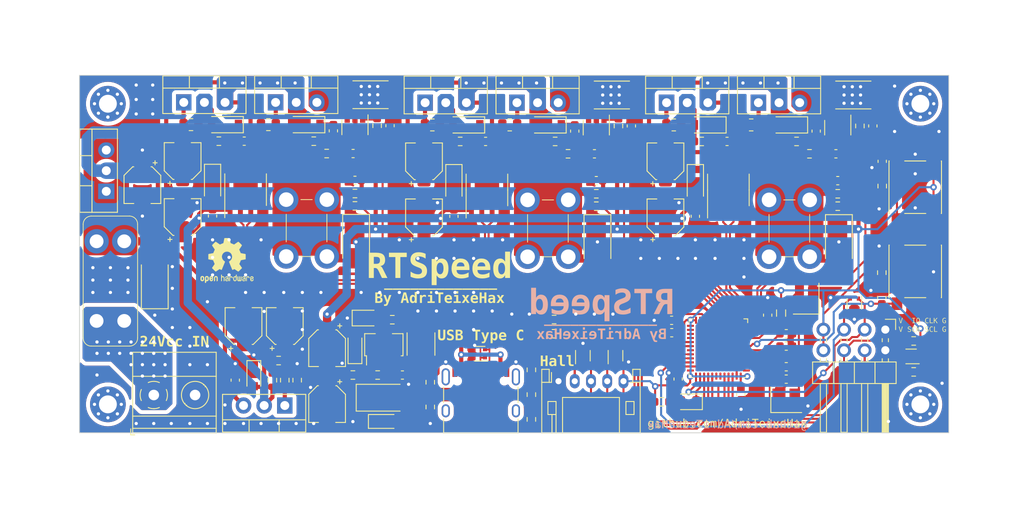
<source format=kicad_pcb>
(kicad_pcb (version 20240108) (generator "pcbnew") (generator_version "8.0")
  (layers (0 "F.Cu" mixed) (1 "In1.Cu" power) (2 "In2.Cu" power) (31 "B.Cu" mixed) (34 "B.Paste" user) (35 "F.Paste" user) (36 "B.SilkS" user "B.Silkscreen") (37 "F.SilkS" user "F.Silkscreen") (38 "B.Mask" user) (39 "F.Mask" user) (44 "Edge.Cuts" user))
  (net 0 "")
  (net 1 "GND")
  (net 2 "+5V")
  (net 3 "+3V3")
  (net 4 "/BOOT0")
  (net 6 "/VDDA")
  (net 7 "/NRST")
  (net 8 "/HSE_1")
  (net 9 "/HSE_2")
  (net 10 "/LSE_1")
  (net 11 "/LSE_2")
  (net 12 "/VCAP1")
  (net 13 "/U")
  (net 14 "/V")
  (net 15 "/Half-Bridge-U/VB")
  (net 16 "/W")
  (net 17 "Net-(D14-K)")
  (net 18 "/PC13")
  (net 19 "/USB_CC1")
  (net 20 "/USB_CC2")
  (net 21 "/SWSCK")
  (net 22 "/SWDIO")
  (net 23 "Net-(Q1-G)")
  (net 24 "Net-(Q2-G)")
  (net 25 "Net-(Q3-G)")
  (net 26 "/USB_N")
  (net 27 "/USB_P")
  (net 28 "Net-(U4-HO)")
  (net 29 "Net-(U4-LO)")
  (net 30 "/PA0")
  (net 31 "/PB4")
  (net 32 "/PB12")
  (net 33 "/PB0")
  (net 34 "/PB7")
  (net 35 "/PB13")
  (net 36 "/PB3")
  (net 37 "/PA3")
  (net 38 "/PB14")
  (net 39 "/PB10")
  (net 40 "/PA8")
  (net 41 "/PA9")
  (net 42 "/PA1")
  (net 43 "/PA2")
  (net 44 "/PB1")
  (net 45 "/PA7")
  (net 46 "/PA10")
  (net 47 "/PB6")
  (net 48 "/PA6")
  (net 49 "/PA5")
  (net 50 "/PA15")
  (net 51 "/I2C_SCL")
  (net 52 "/I2C_SDA")
  (net 53 "/PB5")
  (net 54 "/PA4")
  (net 55 "/PB15")
  (net 56 "+12V")
  (net 57 "+24V")
  (net 58 "Net-(D16-K)")
  (net 59 "Net-(D12-K)")
  (net 60 "/Half-Bridge-V/VB")
  (net 61 "Net-(Q4-G)")
  (net 62 "Net-(Q5-G)")
  (net 63 "Net-(Q6-G)")
  (net 64 "Net-(U6-HO)")
  (net 65 "Net-(U6-LO)")
  (net 66 "Net-(U8-HO)")
  (net 67 "Net-(U8-LO)")
  (net 69 "/Half-Bridge-U/Shunt")
  (net 70 "/Half-Bridge-V/Shunt")
  (net 71 "/Half-Bridge-W/Shunt")
  (net 73 "/USB_R_N")
  (net 75 "/USB_R_P")
  (net 76 "Net-(R4-Pad2)")
  (net 77 "Net-(D6-A)")
  (net 78 "Net-(D7-A)")
  (net 79 "/PB2")
  (net 80 "/V_DIV_3")
  (net 81 "/V_DIV_12")
  (net 82 "Net-(R25-Pad1)")
  (net 83 "Net-(R3-Pad2)")
  (net 84 "/5V fused")
  (net 85 "/24V fused")
  (net 86 "/24V in")
  (net 87 "VDC")
  (net 88 "Net-(D18-K)")
  (net 89 "Net-(R33-Pad1)")
  (net 90 "Net-(D20-K)")
  (net 91 "/Half-Bridge-W/VB")
  (net 92 "Net-(D22-K)")
  (net 93 "Net-(R41-Pad1)")
  (footprint "Resistor_SMD:R_0603_1608Metric" (layer "F.Cu") (at 134.699 68.7535 180)
    (property "Reference" "R21" (hide yes))
    (property "Value" "10k")
  )
  (footprint "Capacitor_SMD:C_0603_1608Metric" (layer "F.Cu") (at 132.045 61.0385 -90)
    (property "Reference" "C25" (hide yes))
    (property "Value" "3n3")
  )
  (footprint "Package_TO_SOT_SMD:SOT-523" (layer "F.Cu") (at 196.168 82.327 -90)
    (property "Reference" "D1" (hide yes))
    (property "Value" "D5V0L2B3T")
  )
  (footprint "TFG-Brushless-ESC:Screw_Terminal" (layer "F.Cu") (at 128.743 73.1035 180)
    (property "Reference" "J6" (hide yes))
    (property "Value" "U")
  )
  (footprint "Diode_SMD:D_SOD-123" (layer "F.Cu") (at 128.743 60.2765 180)
    (property "Reference" "D14" (hide yes))
    (property "Value" "1N4148")
  )
  (footprint "Capacitor_SMD:C_0603_1608Metric" (layer "F.Cu") (at 187.786 91.598)
    (property "Reference" "C14" (hide yes))
    (property "Value" "12p5")
  )
  (footprint "Capacitor_SMD:CP_Elec_4x5.4" (layer "F.Cu") (at 143.197 71.6835 90)
    (property "Reference" "C28" (hide yes))
    (property "Value" "2.2u")
  )
  (footprint "Capacitor_SMD:C_0603_1608Metric" (layer "F.Cu") (at 187.786 86.01)
    (property "Reference" "C13" (hide yes))
    (property "Value" "20p")
  )
  (footprint "Button_Switch_SMD:SW_Push_1P1T_NO_6x6mm_H9.5mm" (layer "F.Cu") (at 203.661 67.976 -90)
    (property "Reference" "SW1" (hide yes))
    (property "Value" "BOOT0")
  )
  (footprint "Diode_SMD:D_SOD-123" (layer "F.Cu") (at 146.88 67.4375 -90)
    (property "Reference" "D17" (hide yes))
    (property "Value" "1N4148")
  )
  (footprint "Package_TO_SOT_SMD:SOT-523" (layer "F.Cu") (at 162.7538 88.714 90)
    (property "Reference" "D3" (hide yes))
    (property "Value" "D5V0L2B3T")
  )
  (footprint "Resistor_SMD:R_0603_1608Metric" (layer "F.Cu") (at 139.2974 84.2828 180)
    (property "Reference" "R16" (hide yes))
    (property "Value" "1k")
  )
  (footprint "Capacitor_SMD:C_0603_1608Metric" (layer "F.Cu") (at 199.597 64.7886 90)
    (property "Reference" "C6" (hide yes))
    (property "Value" "100n")
  )
  (footprint "MountingHole:MountingHole_2.2mm_M2_Pad_Via" (layer "F.Cu") (at 104.291 94.702)
    (property "Reference" "REF**" (hide yes))
    (property "Value" "MountingHole_2.2mm_M2_Pad_Via")
  )
  (footprint "Resistor_SMD:R_0603_1608Metric" (layer "F.Cu") (at 177.372 62.3415 180)
    (property "Reference" "R34" (hide yes))
    (property "Value" "220R")
  )
  (footprint "Resistor_SMD:R_0603_1608Metric" (layer "F.Cu") (at 129.632 62.3085 180)
    (property "Reference" "R20" (hide yes))
    (property "Value" "220R")
  )
  (footprint "Package_TO_SOT_THT:TO-220-3_Vertical" (layer "F.Cu") (at 124.933 57.5385)
    (property "Reference" "Q2" (hide yes))
    (property "Value" "TK58E06N1")
  )
  (footprint "Capacitor_SMD:C_0603_1608Metric" (layer "F.Cu") (at 191.469 61.0715 -90)
    (property "Reference" "C43" (hide yes))
    (property "Value" "3n3")
  )
  (footprint "Package_DFN_QFN:QFN-48-1EP_7x7mm_P0.5mm_EP5.6x5.6mm" (layer "F.Cu") (at 179.4294 87.788 180)
    (property "Reference" "U3" (hide yes))
    (property "Value" "STM32F411CEUx")
  )
  (footprint "Capacitor_SMD:C_0603_1608Metric" (layer "F.Cu") (at 168.723 60.4365 -90)
    (property "Reference" "C36" (hide yes))
    (property "Value" "10p")
  )
  (footprint "Diode_SMD:D_SOD-123" (layer "F.Cu") (at 178.134 60.3095 180)
    (property "Reference" "D20" (hide yes))
    (property "Value" "1N4148")
  )
  (footprint "Capacitor_SMD:C_0603_1608Metric" (layer "F.Cu") (at 173.689 85.883 180)
    (property "Reference" "C9" (hide yes))
    (property "Value" "100n")
  )
  (footprint "Connector_USB:USB_C_Receptacle_XKB_U262-16XN-4BVC11" (layer "F.Cu") (at 150.194 94.423)
    (property "Reference" "J2" (hide yes))
    (property "Value" "USB C Receptacle")
  )
  (footprint "Resistor_SMD:R_0603_1608Metric" (layer "F.Cu") (at 199.5462 78.4916 -90)
    (property "Reference" "R8" (hide yes))
    (property "Value" "10k")
  )
  (footprint "Capacitor_SMD:CP_Elec_4x5.4" (layer "F.Cu") (at 108.538 67.722 -90)
    (property "Reference" "C17" (hide yes))
    (property "Value" "10u")
  )
  (footprint "Diode_SMD:D_SMA" (layer "F.Cu") (at 164.545 74.7555 -90)
    (property "Reference" "D19" (hide yes))
    (property "Value" "SMAJ16CA-13-F")
  )
  (footprint "Resistor_SMD:R_0603_1608Metric" (layer "F.Cu") (at 190.644 63.8655 180)
    (property "Reference" "R44" (hide yes))
    (property "Value" "10k")
  )
  (footprint "Diode_SMD:D_SOD-123" (layer "F.Cu") (at 117.174 67.4045 -90)
    (property "Reference" "D13" (hide yes))
    (property "Value" "1N4148")
  )
  (footprint "Resistor_SMD:R_0603_1608Metric" (layer "F.Cu") (at 159.211 84.262 180)
    (property "Reference" "R11" (hide yes))
    (property "Value" "22R")
  )
  (footprint "Capacitor_SMD:C_0603_1608Metric" (layer "F.Cu") (at 193.895 63.8655 180)
    (property "Reference" "C42" (hide yes))
    (property "Value" "100n")
  )
  (footprint "Capacitor_SMD:C_0603_1608Metric" (layer "F.Cu") (at 180.497 62.3415)
    (property "Reference" "C39" (hide yes))
    (property "Value" "3n3")
  )
  (footprint "Capacitor_SMD:C_0603_1608Metric" (layer "F.Cu") (at 174.4804 91.5895 90)
    (property "Reference" "C7" (hide yes))
    (property "Value" "100n")
  )
  (footprint "Oscillator:Oscillator_SMD_Abracon_ASE-4Pin_3.2x2.5mm" (layer "F.Cu") (at 190.233 81.692 90)
    (property "Reference" "Y1" (hide yes))
    (property "Value" "25MHz")
  )
  (footprint "MountingHole:MountingHole_2.2mm_M2_Pad_Via" (layer "F.Cu") (at 204.291 57.702 180)
    (property "Reference" "REF**" (hide yes))
    (property "Value" "MountingHole_2.2mm_M2_Pad_Via")
  )
  (footprint "Package_TO_SOT_THT:TO-220-3_Vertical" (layer "F.Cu") (at 104.093 68.484 90)
    (property "Reference" "D8" (hide yes))
    (property "Value" "STPS30100ST")
  )
  (footprint "Capacitor_SMD:C_0603_1608Metric" (layer "F.Cu") (at 164.405 67.1675 180)
    (property "Reference" "C35" (hide yes))
    (property "Value" "100n")
  )
  (footprint "Resistor_SMD:R_0603_1608Metric" (layer "F.Cu") (at 125.302 89.312)
    (property "Reference" "R4" (hide yes))
    (property "Value" "390R 1%")
  )
  (footprint "Resistor_SMD:R_0603_1608Metric" (layer "F.Cu") (at 159.211 86.01 180)
    (property "Reference" "R12" (hide yes))
    (property "Value" "22R")
  )
  (footprint "Diode_SMD:D_SMA" (layer "F.Cu") (at 194.263 74.7555 -90)
    (property "Reference" "D23" (hide yes))
    (property "Value" "SMAJ16CA-13-F")
  )
  (footprint "Capacitor_SMD:CP_Elec_4x5.4" (layer "F.Cu") (at 131.271 87.79 -90)
    (property "Reference" "C2" (hide yes))
    (property "Value" "10u")
  )
  (footprint "Diode_SMD:D_SMA" (layer "F.Cu") (at 134.839 74.7225 -90)
    (property "Reference" "D15" (hide yes))
    (property "Value" "SMAJ16CA-13-F")
  )
  (footprint "Capacitor_SMD:C_0603_1608Metric" (layer "F.Cu") (at 161.751 61.0715 -90)
    (property "Reference" "C34" (hide yes))
    (property "Value" "3n3")
  )
  (footprint "Package_TO_SOT_THT:TO-220-3_Vertical" (layer "F.Cu") (at 143.336 57.5715)
    (property "Reference" "Q3" (hide yes))
    (property "Value" "TK58E06N1")
  )
  (footprint "Package_SO:SOIC-8-1EP_3.9x4.9mm_P1.27mm_EP2.29x3mm" (layer "F.Cu") (at 121.238 68.2775 90)
    (property "Reference" "U4" (hide yes))
    (property "Value" "IR2101")
  )
  (footprint "Capacitor_SMD:CP_Elec_4x5.4" (layer "F.Cu") (at 113.491 71.6505 90)
    (property "Reference" "C19" (hide yes))
    (property "Value" "2.2u")
  )
  (footprint "Diode_SMD:D_SOD-323_HandSoldering" (layer "F.Cu") (at 138.256 96.805)
    (property "Reference" "D11" (hide yes))
    (property "Value" "DESD5V0U1BA")
  )
  (footprint "Capacitor_SMD:CP_Elec_4x5.4" (layer "F.Cu") (at 172.915 71.6835 90)
    (property "Reference" "C37" (hide yes))
    (property "Value" "2.2u")
  )
  (footprint "Resistor_SMD:R_2512_6332Metric" (layer "F.Cu") (at 166.323 56.6265)
    (property "Reference" "R32" (hide yes))
    (property "Value" "2mR")
  )
  (footprint "Diode_SMD:D_SOD-123" (layer "F.Cu") (at 176.598 67.4375 -90)
    (property "Reference" "D21" (hide yes))
    (property "Value" "1N4148")
  )
  (footprint "Capacitor_SMD:CP_Elec_4x5.4" (layer "F.Cu") (at 143.197 64.7875 90)
    (property "Reference" "C31" (hide yes))
    (property "Value" "47u")
  )
  (footprint "TFG-Brushless-ESC:Screw_Terminal" (layer "F.Cu") (at 188.167 73.1365 180)
    (property "Reference" "J7" (hide yes))
    (property "Value" "W")
  )
  (footprint "Connector_JST:JST_PH_S5B-PH-K_1x05_P2.00mm_Horizontal" (layer "F.Cu") (at 159.751 91.852)
    (property "Reference" "J3" (hide yes))
    (property "Value" "HALL SENSORS")
  )
  (footprint "Capacitor_SMD:C_0603_1608Metric" (layer "F.Cu") (at 194.123 67.1675 180)
    (property "Reference" "C44" (hide yes))
    (property "Value" "100n")
  )
  (footprint "Resistor_SMD:R_0603_1608Metric" (layer "F.Cu") (at 203.47 90.709)
    (property "Reference" "R45" (hide yes))
    (property "Value" "10k")
  )
  (footprint "Resistor_SMD:R_0603_1608Metric" (layer "F.Cu") (at 147.654 62.3415 180)
    (property "Reference" "R26" (hide yes))
    (property "Value" "220R")
  )
  (footprint "Package_TO_SOT_THT:TO-220-3_Vertical" (layer "F.Cu") (at 126.064 94.844 180)
    (property "Reference" "U2" (hide yes))
    (property "Value" "LM317")
  )
  (footprint "Capacitor_SMD:C_0603_1608Metric" (layer "F.Cu") (at 139.017 60.4035 -90)
    (property "Reference" "C27" (hide yes))
    (property "Value" "10p")
  )
  (footprint "Capacitor_SMD:C_0603_1608Metric" (layer "F.Cu") (at 176.598 71.5565 -90)
    (property "Reference" "C38" (hide yes))
    (property "Value" "100n")
  )
  (footprint "Resistor_SMD:R_0603_1608Metric" (layer "F.Cu") (at 156.417 93.503 -90)
    (property "Reference" "R14" (hide yes))
    (property "Value" "10k")
  )
  (footprint "Capacitor_SMD:C_0603_1608Metric" (layer "F.Cu") (at 198.441 60.4365 -90)
    (property "Reference" "C45" (hide yes))
    (property "Value" "10p")
  )
  (footprint "Inductor_SMD:L_0805_2012Metric" (layer "F.Cu") (at 187.151 83.47 90)
    (property "Reference" "L1" (hide yes))
    (property "Value" "10u")
  )
  (footprint "Diode_SMD:D_SMA" (layer "F.Cu") (at 110.062 79.533 90)
    (property "Reference" "D10" (hide yes))
    (property "Value" "SMAJ16CA-13-F")
  )
  (footprint "Capacitor_SMD:C_0603_1608Metric" (layer "F.Cu") (at 173.676 84.359 180)
    (property "Reference" "C16" (hide yes))
    (property "Value" "2u2")
  )
  (footprint "Resistor_SMD:R_2512_6332Metric" (layer "F.Cu") (at 136.617 56.5935)
    (property "Reference" "R24" (hide yes))
    (property "Value" "2mR")
  )
  (footprint "Capacitor_SMD:C_0603_1608Metric" (layer "F.Cu") (at 146.88 71.5565 -90)
    (property "Reference" "C29" (hide yes))
    (property "Value" "100n")
  )
  (footprint "Resistor_SMD:R_0603_1608Metric" (layer "F.Cu") (at 164.405 68.7865 180)
    (property "Reference" "R29" (hide yes))
    (property "Value" "10k")
  )
  (footprint "Diode_SMD:D_SOD-323_HandSoldering" (layer "F.Cu") (at 134.7 87.79 90)
    (property "Reference" "D24" (hide yes))
    (property "Value" "DESD5V0U1BA")
  )
  (footprint "Fuse:Fuse_1812_4532Metric" (layer "F.Cu") (at 142.828 87.28 -90)
    (property "Reference" "F2" (hide yes))
    (property "Value" "2A")
  )
  (footprint "Capacitor_SMD:C_0603_1608Metric" (layer "F.Cu") (at 187.786 87.534)
    (property "Reference" "C12" (hide yes))
    (property "Value" "20p")
  )
  (footprint "Resistor_SMD:R_0603_1608Metric" (layer "F.Cu") (at 156.417 96.551 -90)
    (property "Reference" "R15" (hide yes))
    (property "Value" "10k")
  )
  (footprint "Capacitor_SMD:C_0603_1608Metric" (layer "F.Cu") (at 150.779 62.3415)
    (property "Reference" "C30" (hide yes))
    (property "Value" "3n3")
  )
  (footprint "Resistor_SMD:R_0805_2012Metric" (layer "F.Cu") (at 183.468 60.3095)
    (property "Reference" "R38" (hide yes))
    (property "Value" "100R")
  )
  (footprint "Capacitor_SMD:CP_Elec_4x5.4" (layer "F.Cu") (at 131.271 94.668 -90)
    (property "Reference" "C18" (hide yes))
    (property "Value" "2u2")
  )
  (footprint "Package_TO_SOT_SMD:SOT-23-5" (layer "F.Cu") (at 134.699 60.6145 -90)
    (property "Reference" "U5" (hide yes))
    (property "Value" "INA180A3")
  )
  (footprint "Package_TO_SOT_THT:TO-220-3_Vertical" (layer "F.Cu") (at 173.054 57.5715)
    (property "Reference" "Q5" (hide yes))
    (property "Value" "TK58E06N1")
  )
  (footprint "Resistor_SMD:R_0603_1608Metric" (layer "F.Cu") (at 137.494 91.092 180)
    (property "Reference" "R1" (hide yes))
    (property "Value" "240R 1%")
  )
  (footprint "LED_SMD:LED_0805_2012Metric" (layer "F.Cu") (at 175.7718 94.392 180)
    (property "Reference" "D7" (hide yes))
    (property "Value" "GREEN")
  )
  (footprint "Resistor_SMD:R_0603_1608Metric" (layer "F.Cu") (at 131.22 63.8325 180)
    (property "Reference" "R42" (hide yes))
    (property "Value" "10k")
  )
  (footprint "Resistor_SMD:R_0805_2012Metric" (layer "F.Cu") (at 144.225 60.3095 180)
    (property "Reference" "R27" (hide yes))
    (property "Value" "100R")
  )
  (footprint "Resistor_SMD:R_0603_1608Metric" (layer "F.Cu") (at 164.405 70.3105)
    (property "Reference" "R31" (hide yes))
    (property "Value" "1k")
  )
  (footprint "Diode_SMD:D_SOD-123" (layer "F.Cu") (at 158.449 60.3095 180)
    (property "Reference" "D18" (hide yes))
    (property "Value" "1N4148")
  )
  (footprint "Resistor_SMD:R_0603_1608Metric" (layer "F.Cu") (at 137.427 60.4035 -90)
    (property "Reference" "R25" (hide yes))
    (property "Value" "10k")
  )
  (footprint "Capacitor_SMD:C_0603_1608Metric" (layer "F.Cu") (at 182.198 93.503 -90)
    (property "Reference" "C8" (hide yes))
    (property "Value" "100n")
  )
  (footprint "Resistor_SMD:R_0805_2012Metric" (layer "F.Cu") (at 153.75 60.3095)
    (property "Reference" "R30" (hide yes))
    (property "Value" "100R")
  )
  (footprint "Resistor_SMD:R_0603_1608Metric" (layer "F.Cu") (at 124.54 91.725 90)
    (property "Reference" "R3" (hide yes))
    (property "Value" "390R 1%")
  )
  (footprint "Capacitor_SMD:C_0603_1608Metric" (layer "F.Cu") (at 119.968 91.725 90)
    (property "Reference" "C3" (hide yes))
    (property "Value" "100n")
  )
  (footprint "Capacitor_SMD:C_0603_1608Metric" (layer "F.Cu") (at 117.174 71.5235 -90)
    (property "Reference" "C20" (hide yes))
    (property "Value" "100n")
  )
  (footprint "Resistor_SMD:R_0603_1608Metric" (layer "F.Cu") (at 194.123 68.7865 180)
    (property "Reference" "R37" (hide yes))
    (property "Value" "10k")
  )
  (footprint "Package_SO:SOIC-8-1EP_3.9x4.9mm_P1.27mm_EP2.29x3mm" (layer "F.Cu") (at 180.662 68.3105 90)
    (property "Reference" "U8" (hide yes))
    (property "Value" "IR2101")
  )
  (footprint "Resistor_SMD:R_0805_2012Metric" (layer "F.Cu") (at 114.519 60.2765 180)
    (property "Reference" "R19" (hide yes))
    (property "Value" "100R")
  )
  (footprint "Diode_SMD:D_SOD-323_HandSoldering" (layer "F.Cu") (at 122.254 91.217 -90)
    (property "Reference" "D25" (hide yes))
    (property "Value" "DESD5V0U1BA")
  )
  (footprint "Diode_SMD:D_SOD-123" (layer "F.Cu") (at 188.167 60.3095 180)
    (property "Reference" "D22" (hide yes))
    (property "Value" "1N4148")
  )
  (footprint "Package_TO_SOT_SMD:SOT-523" (layer "F.Cu") (at 203.153 88.804 180)
    (property "Reference" "D5" (hide yes))
    (property "Value" "D5V0L2B3T")
  )
  (footprint "Capacitor_SMD:C_0603_1608Metric" (layer "F.Cu") (at 140.542 91.092)
    (property "Reference" "C1" (hide yes))
    (property "Value" "100n")
  )
  (footprint "Connector_PinHeader_2.54mm:PinHeader_2x04_P2.54mm_Horizontal" (layer "F.Cu") (at 199.978 85.502 -90)
    (property "Reference" "J4" (hide yes))
    (property "Value" "SWD-I2C")
  )
  (footprint "LED_SMD:LED_0805_2012Metric" (layer "F.Cu") (at 136.0462 84.0796)
    (property "Reference" "D6" (hide yes))
    (property "Value" "GREEN")
  )
  (footprint "Capacitor_SMD:C_0603_1608Metric" (layer "F.Cu") (at 164.177 63.8655 180)
    (property "Reference" "C33" (hide yes))
    (property "Value" "100n")
  )
  (footprint "Resistor_SMD:R_0603_1608Metric" (layer "F.Cu") (at 196.851 60.4365 -90)
    (property "Reference" "R41" (hide yes))
    (property "Value" "10k")
  )
  (footprint "MountingHole:MountingHole_2.2mm_M2_Pad_Via" (layer "F.Cu") (at 104.291 57.702 -90)
    (property "Reference" "REF**" (hide yes))
    (property "Value" "MountingHole_2.2mm_M2_Pad_Via")
  )
  (footprint "Diode_SMD:D_SOD-123" (layer "F.Cu") (at 118.71 60.2765 180)
    (property "Reference" "D12" (hide yes))
    (property "Value" "1N4148")
  )
  (footprint "Package_TO_SOT_SMD:SOT-523" (layer "F.Cu") (at 150.057 88.467 180)
    (property "Reference" "D2" (hide yes))
    (property "Value" "D5V0L2B3T")
  )
  (footprint "Capacitor_SMD:C_0603_1608Metric" (layer "F.Cu") (at 185.5 83.724 90)
    (property "Reference" "C10" (hide yes))
    (property "Value" "100n")
  )
  (footprint "Package_TO_SOT_SMD:SOT-23-5" (layer "F.Cu") (at 164.405 60.6475 -90)
    (property "Reference" "U7" (hide yes))
    (property "Value" "INA180A3")
  )
  (footprint "Button_Switch_SMD:SW_Push_1P1T_NO_6x6mm_H9.5mm" (layer "F.Cu") (at 203.661 78.3392 -90)
    (property "Reference" "SW2" (hide yes))
    (property "Value" "NRST")
  )
  (footprint "TFG-Brushless-ESC:Screw_Terminal" (layer "F.Cu") (at 158.449 73.1365 180)
    (property "Reference" "J1" (hide yes))
    (property "Value" "V")
  )
  (footprint "Resistor_SMD:R_0603_1608Metric" (layer "F.Cu") (at 134.699 70.2775)
    (property "Reference" "R23" (hide yes))
    (property "Value" "1k")
  )
  (footprint "Package_SO:SOIC-8-1EP_3.9x4.9mm_P1.27mm_EP2.29x3mm" (layer "F.Cu") (at 150.944 68.3105 90)
    (property "Reference" "U6" (hide yes))
    (property "Value" "IR2101")
  )
  (footprint "Resistor_SMD:R_0603_1608Metric" (layer "F.Cu") (at 126.064 91.725 -90)
    (property "Reference" "R5" (hide yes))
    (property "Value" "390R 1%")
  )
  (footprint "Capacitor_SMD:C_0603_1608Metric" (layer "F.Cu") (at 134.699 67.1345 180)
    (property "Reference" "C26" (hide yes))
    (property "Value" "100n")
  )
  (footprint "Resistor_SMD:R_0805_2012Metric" (layer "F.Cu") (at 173.943 60.3095 180)
    (property "Reference" "R35" (hide yes))
    (property "Value" "100R")
  )
  (footprint "Resistor_SMD:R_0603_1608Metric" (layer "F.Cu") (at 143.971 95.027 90)
    (property "Reference" "R10" (hide yes))
    (property "Value" "5k1")
  )
  (footprint "Resistor_SMD:R_0603_1608Metric" (layer "F.Cu") (at 199.597 67.8366 -90)
    (property "Reference" "R2" (hide yes))
    (property "Value" "10k")
  )
  (footprint "Package_TO_SOT_SMD:SOT-23-5" (layer "F.Cu") (at 194.123 60.6475 -90)
    (property "Reference" "U9" (hide yes))
    (property "Value" "INA180A3")
  )
  (footprint "Diode_SMD:D_SOD-123" (layer "F.Cu") (at 148.416 60.3095 180)
    (property "Reference" "D16" (hide yes))
    (property "Value" "1N4148")
  )
  (footprint "Package_TO_SOT_SMD:SOT-89-3" (layer "F.Cu") (at 138.256 87.663 90)
    (property "Reference" "U1" (hide yes))
    (property "Value" "LM317L_SOT-89")
  )
  (footprint "Resistor_SMD:R_0603_1608Metric" (layer "F.Cu") (at 189.056 62.3415 180)
    (property "Reference" "R36" (hide yes))
    (property "Value" "220R")
  )
  (footprint "Symbol:OSHW-Logo2_7.3x6mm_SilkScreen" (layer "F.Cu") (at 118.952 76.993)
    (property "Reference" "REF**" (hide yes))
    (property "Value" "OSHW-Logo2_7.3x6mm_SilkScreen" (hide yes))
  )
  (footprint "MountingHole:MountingHole_2.2mm_M2_Pad_Via" (layer "F.Cu") (at 204.291 94.702 90)
    (property "Reference" "REF**" (hide yes))
    (property "Value" "MountingHole_2.2mm_M2_Pad_Via")
  )
  (footprint "Package_TO_SOT_THT:TO-220-3_Vertical" (layer "F.Cu") (at 184.357 57.5715)
    (property "Reference" "Q6" (hide yes))
    (property "Value" "TK58E06N1")
  )
  (footprint "Resistor_SMD:R_0603_1608Metric" (layer "F.Cu") (at 160.926 63.8655 180)
    (property "Reference" "R43" (hide yes))
    (property "Value" "10k")
  )
  (footprint "Resistor_SMD:R_0603_1608Metric" (layer "F.Cu") (at 134.446 91.092 180)
    (property "Reference" "R6" (hide yes))
    (property "Value" "390R 1%")
  )
  (footprint "TFG-Brushless-ESC:Fuseholder_Automotive" (layer "F.Cu") (at 104.601 79.533 90)
    (property "Reference" "F1" (hide yes))
    (property "Value" "15A")
  )
  (footprint "Resistor_SMD:R_0603_1608Metric" (layer "F.Cu") (at 159.338 62.3415 180)
    (property "Reference" "R28" (hide yes))
    (property "Value" "220R")
  )
  (footprint "Package_TO_SOT_SMD:SOT-523" (layer "F.Cu") (at 166.767 88.714 90)
    (property "Reference" "D4" (hide yes))
    (property "Value" "D5V0L2B3T")
  )
  (footprint "Capacitor_SMD:C_0603_1608Metric" (layer "F.Cu") (at 121.073 62.3085)
    (property "Reference" "C21" (hide yes))
    (property "Value" "3n3")
  )
  (footprint "Capacitor_SMD:CP_Elec_4x5.4" (layer "F.Cu") (at 126.064 85.065 90)
    (property "Reference" "C5" (hide yes))
    (property "Value" "10u")
  )
  (footprint "Resistor_SMD:R_0603_1608Metric" (layer "F.Cu") (at 194.123 70.3105)
    (property "Reference" "R39" (hide yes))
    (property "Value" "1k")
  )
  (footprint "Resistor_SMD:R_0603_1608Metric" (layer "F.Cu") (at 156.417 90.455 -90)
    (property "Reference" "R13" (hide yes))
    (property "Value" "10k")
  )
  (footprint "Package_TO_SOT_THT:TO-220-3_Vertical" (layer "F.Cu") (at 154.639 57.5715)
    (property "Reference" "Q4" (hide yes))
    (property "Value" "TK58E06N1")
  )
  (footprint "Capacitor_SMD:CP_Elec_4x5.4" (layer "F.Cu") (at 113.491 64.7545 90)
    (property "Reference" "C22" (hide yes))
    (property "Value" "47u")
  )
  (footprint "Resistor_SMD:R_0805_2012Metric" (layer "F.Cu") (at 124.044 60.2765)
    (property "Reference" "R22" (hide yes))
    (property "Value" "100R")
  )
  (footprint "Capacitor_SMD:C_0603_1608Metric" (layer "F.Cu") (at 187.786 90.074)
    (property "Reference" "C15" (hide yes))
    (property "Value" "12p5")
  )
  (footprint "" (layer "F.Cu") (at 104.291 59.34 -90)
    (property "Reference" "")
    (property "Value" "")
  )
  (footprint "TerminalBlock_Phoenix:TerminalBlock_Phoenix_MKDS-1,5-2-5.08_1x02_P5.08mm_Horizontal" (layer "F.Cu") (at 109.943 93.554)
    (property "Reference" "J5" (hide yes))
    (property "Value" "24V IN")
  )
  (footprint "Capacitor_SMD:C_0603_1608Metric" (layer "F.Cu") (at 134.471 63.8325 180)
    (property "Reference" "C24" (hide yes))
    (property "Value" "100n")
  )
  (footprint "Resistor_SMD:R_0603_1608Metric" (layer "F.Cu") (at 167.133 60.4365 -90)
    (property "Reference" "R33" (hide yes))
    (property "Value" "10k")
  )
  (footprint "Package_TO_SOT_THT:TO-220-3_Vertical" (layer "F.Cu") (at 113.63 57.5385)
    (property "Reference" "Q1" (hide yes))
    (property "Value" "TK58E06N1")
  )
  (footprint "Resistor_SMD:R_0603_1608Metric" (layer "F.Cu") (at 143.971 91.979 -90)
    (property "Reference" "R9" (hide yes))
    (property "Value" "5k1")
  )
  (footprint "Resistor_SMD:R_0603_1608Metric" (layer "F.Cu") (at 172.4698 94.392)
    (property "Reference" "R17" (hide yes))
    (property "Value" "1k")
  )
  (footprint "Oscillator:Oscillator_SMD_Abracon_ASE-4Pin_3.2x2.5mm" (layer "F.Cu") (at 187.786 94.138)
    (property "Reference" "Y2" (hide yes))
    (property "Value" "32.768kHz")
  )
  (footprint "Capacitor_SMD:CP_Elec_4x5.4" (layer "F.Cu") (at 120.984 85.065 90)
    (property "Reference" "C4" (hide yes))
    (property "Value" "220u")
  )
  (footprint "Resistor_SMD:R_0603_1608Metric" (layer "F.Cu") (at 127.588 91.725 -90)
    (property "Reference" "R7" (hide yes))
    (property "Value" "10k 1%")
  )
  (footprint "Resistor_SMD:R_2512_6332Metric" (layer "F.Cu") (at 196.041 56.6265)
    (property "Reference" "R40" (hide yes))
    (property "Value" "2mR")
  )
  (footprint "Diode_SMD:D_SMA" (layer "F.Cu") (at 138.256 93.884)
    (property "Reference" "D9" (hide yes))
    (property "Value" "B240A-13-F")
  )
  (footprint "Resistor_SMD:R_0603_1608Metric" (layer "F.Cu") (at 117.948 62.3085 180)
    (property "Reference" "R18" (hide yes))
    (property "Value" "220R")
  )
  (footprint "Resistor_SMD:R_0603_1608Metric" (layer "F.Cu") (at 203.47 86.899)
    (property "Reference" "R46" (hide yes))
    (property "Value" "10k")
  )
  (footprint "Capacitor_SMD:CP_Elec_4x5.4" (layer "F.Cu") (at 172.915 64.7875 90)
    (property "Reference" "C40" (hide yes))
    (property "Value" "47u")
  )
  (footprint "Capacitor_SMD:C_0603_1608Metric" (layer "F.Cu") (at 199.5462 81.5396 -90)
    (property "Reference" "C11" (hide yes))
    (property "Value" "100n")
  )
  (gr_rect (start 100.791 54.202) (end 207.793 98.202) (stroke (width 0.1)) (fill none) (layer "Edge.Cuts"))
  (gr_text "_____________\n" (at 164.926 84.105 -0) (layer "B.SilkS") (effects (font (size 1.27 1.27) (thickness 0.254) (bold yes)) (justify mirror)))
  (gr_text "RTSpeed" (at 165.053 82.327 -0) (layer "B.SilkS") (effects (font (size 3.048 3.048) (thickness 0.254) (bold yes) (italic yes)) (justify mirror)))
  (gr_text "By AdriTeixeHax" (at 165.053 86.137 -0) (layer "B.SilkS") (effects (font (size 1.27 1.27) (thickness 0.254) (bold yes)) (justify mirror)))
  (gr_text "github.com/AdriTeixeHax" (at 180.547 97.821 -0) (layer "B.SilkS") (effects (font (size 1.016 1.016) (thickness 0.15875)) (justify bottom mirror)))
  (gr_text "24Vcc IN" (at 112.475 87.788 0) (layer "F.SilkS") (effects (font (size 1.27 1.27) (thickness 0.254) (bold yes)) (justify bottom)))
  (gr_text "_____________\n" (at 145.241 79.66 0) (layer "F.SilkS") (effects (font (size 1.27 1.27) (thickness 0.254) (bold yes))))
  (gr_text "RTSpeed" (at 145.114 77.882 0) (layer "F.SilkS") (effects (font (size 3.048 3.048) (thickness 0.254) (bold yes) (italic yes))))
  (gr_text "Hall\n" (at 159.592 90.201 0) (layer "F.SilkS") (effects (font (size 1.27 1.27) (thickness 0.254) (bold yes)) (justify bottom)))
  (gr_text "USB Type C" (at 150.194 87.026 0) (layer "F.SilkS") (effects (font (size 1.27 1.27) (thickness 0.254) (bold yes)) (justify bottom)))
  (gr_text "V  IO CLK G\nV SCK SCL G" (at 204.55 85.883 0) (layer "F.SilkS") (effects (font (size 0.635 0.635) (thickness 0.127)) (justify bottom)))
  (gr_text "github.com/AdriTeixeHax" (at 180.547 97.694 0) (layer "F.SilkS") (effects (font (size 1.016 1.016) (thickness 0.15875)) (justify bottom)))
  (gr_text "By AdriTeixeHax" (at 145.114 81.692 0) (layer "F.SilkS") (effects (font (size 1.27 1.27) (thickness 0.254) (bold yes))))
  (segment (start 194.184 59.5475) (end 194.184 60.3935) (width 0.508) (layer "F.Cu") (net 1))
  (segment (start 167.869812 88.069) (end 168.377954 88.577142) (width 0.25) (layer "F.Cu") (net 1))
  (segment (start 196.168 82.972) (end 196.168 84.232) (width 0.25) (layer "F.Cu") (net 1))
  (segment (start 188.561 85.133936) (end 189.408 84.286936) (width 0.25) (layer "F.Cu") (net 1))
  (segment (start 144.731 91.154) (end 144.987 90.898) (width 0.25) (layer "F.Cu") (net 1))
  (segment (start 186.836 93.313) (end 188.486 94.963) (width 0.25) (layer "F.Cu") (net 1))
  (segment (start 163.467 61.7475) (end 163.467 63.8125) (width 0.508) (layer "F.Cu") (net 1))
  (segment (start 188.486 94.963) (end 188.836 94.963) (width 0.25) (layer "F.Cu") (net 1))
  (segment (start 131.271 89.59) (end 133.071 89.59) (width 0.508) (layer "F.Cu") (net 1))
  (segment (start 123.524 83.265) (end 126.064 83.265) (width 1.016) (layer "F.Cu") (net 1))
  (segment (start 131.918 61.8135) (end 133.597 61.8135) (width 0.508) (layer "F.Cu") (net 1))
  (segment (start 134.12 60.6145) (end 133.749 60.9855) (width 0.508) (layer "F.Cu") (net 1))
  (segment (start 163.467 61.0185) (end 163.467 61.7475) (width 0.508) (layer "F.Cu") (net 1))
  (segment (start 164.224 60.6475) (end 163.838 60.6475) (width 0.508) (layer "F.Cu") (net 1))
  (segment (start 164.29 72.3745) (end 164.671 72.7555) (width 0.508) (layer "F.Cu") (net 1))
  (segment (start 181.6794 90.038) (end 179.4294 87.788) (width 0.25) (layer "F.Cu") (net 1))
  (segment (start 127.588 90.9) (end 127.588 89.693) (width 0.508) (layer "F.Cu") (net 1))
  (segment (start 168.377954 88.577142) (end 168.377954 89.47892) (width 0.25) (layer "F.Cu") (net 1))
  (segment (start 194.184 60.3935) (end 193.93 60.6475) (width 0.508) (layer "F.Cu") (net 1))
  (segment (start 146.638 89.47) (end 147.04 89.872) (width 0.508) (layer "F.Cu") (net 1))
  (segment (start 119.968 90.95) (end 119.968 89.693) (width 0.508) (layer "F.Cu") (net 1))
  (segment (start 153.75 89.47) (end 153.348 89.872) (width 0.508) (layer "F.Cu") (net 1))
  (segment (start 172.914 85.883) (end 172.914 84.372) (width 0.25) (layer "F.Cu") (net 1))
  (segment (start 193.544 60.6475) (end 193.173 61.0185) (width 0.508) (layer "F.Cu") (net 1))
  (segment (start 132.045 63.8325) (end 133.81 63.8325) (width 0.508) (layer "F.Cu") (net 1))
  (segment (start 172.915 69.8835) (end 174.5755 69.8835) (width 0.508) (layer "F.Cu") (net 1))
  (segment (start 190.39 94.963) (end 190.453 94.9) (width 0.25) (layer "F.Cu") (net 1))
  (segment (start 188.561 86.01) (end 188.561 85.133936) (width 0.25) (layer "F.Cu") (net 1))
  (segment (start 193.348 65.537) (end 193.348 67.1675) (width 0.508) (layer "F.Cu") (net 1))
  (segment (start 201.121 88.042) (end 199.978 88.042) (width 0.25) (layer "F.Cu") (net 1))
  (segment (start 188.836 94.963) (end 190.39 94.963) (width 0.25) (layer "F.Cu") (net 1))
  (segment (start 189.408 84.286936) (end 189.408 82.742) (width 0.25) (layer "F.Cu") (net 1))
  (segment (start 193.12 63.8655) (end 193.12 65.309) (width 0.508) (layer "F.Cu") (net 1))
  (segment (start 173.3504 90.8145) (end 173.3374 90.8275) (width 0.25) (layer "F.Cu") (net 1))
  (segment (start 143.971 91.154) (end 144.731 91.154) (width 0.25) (layer "F.Cu") (net 1))
  (segment (start 134.76 60.3605) (end 134.506 60.6145) (width 0.508) (layer "F.Cu") (net 1))
  (segment (start 163.402 65.309) (end 163.63 65.537) (width 0.508) (layer "F.Cu") (net 1))
  (segment (start 133.874 70.2775) (end 134.572 70.9755) (width 0.508) (layer "F.Cu") (net 1))
  (segment (start 172.901 84.359) (end 171.53 84.359) (width 0.25) (layer "F.Cu") (net 1))
  (segment (start 149.412 88.467) (end 149.412 87.458) (width 0.25) (layer "F.Cu") (net 1))
  (segment (start 133.749 63.7795) (end 133.696 63.8325) (width 0.508) (layer "F.Cu") (net 1))
  (segment (start 193.12 65.309) (end 193.348 65.537) (width 0.508) (layer "F.Cu") (net 1))
  (segment (start 161.763 61.9735) (end 161.763 63.8655) (width 0.508) (layer "F.Cu") (net 1))
  (segment (start 133.071 89.59) (end 133.1225 89.6415) (width 0.508) (layer "F.Cu") (net 1))
  (segment (start 163.467 63.8125) (end 163.414 63.8655) (width 0.508) (layer "F.Cu") (net 1))
  (segment (start 189.408 82.742) (end 189.408 82.499) (width 0.25) (layer "F.Cu") (net 1))
  (segment (start 135.1087 84.0796) (end 133.7602 84.0796) (width 0.25) (layer "F.Cu") (net 1))
  (segment (start 194.263 72.7555) (end 194.263 74.707) (width 0.508) (layer "F.Cu") (net 1))
  (segment (start 163.838 60.6475) (end 163.467 61.0185) (width 0.508) (layer "F.Cu") (net 1))
  (segment (start 199.5462 80.7646) (end 198.2886 80.7646) (width 0.25) (layer "F.Cu") (net 1))
  (segment (start 108.538 69.522) (end 108.538 71.532) (width 0.508) (layer "F.Cu") (net 1))
  (segment (start 147.04 89.872) (end 147.04 90.753) (width 0.508) (layer "F.Cu") (net 1))
  (segment (start 136.984 96.827) (end 137.006 96.805) (width 0.508) (layer "F.Cu") (net 1))
  (segment (start 145.337 89.47) (end 145.876 89.47) (width 0.25) (layer "F.Cu") (net 1))
  (segment (start 143.971 97.059) (end 143.971 95.852) (width 0.25) (layer "F.Cu") (net 1))
  (segment (start 141.317 91.092) (end 141.317 92.22) (width 0.25) (layer "F.Cu") (net 1))
  (segment (start 201.883 88.804) (end 201.121 88.042) (width 0.25) (layer "F.Cu") (net 1))
  (segment (start 175.9919 90.038) (end 175.2569 90.038) (width 0.25) (layer "F.Cu") (net 1))
  (segment (start 164.417 59.5475) (end 164.417 58.4175) (width 0.508) (layer "F.Cu") (net 1))
  (segment (start 152.861 74.441) (end 152.861 70.7855) (width 0.508) (layer "F.Cu") (net 1))
  (segment (start 174.5755 69.8835) (end 174.578 69.881) (width 0.508) (layer "F.Cu") (net 1))
  (segment (start 146.892 72.3315) (end 146.892 74.453) (width 0.508) (layer "F.Cu") (net 1))
  (segment (start 182.579 74.453) (end 182.567 74.441) (width 0.508) (layer "F.Cu") (net 1))
  (segment (start 133.696 65.321) (end 133.696 63.8325) (width 0.508) (layer "F.Cu") (net 1))
  (segment (start 134.839 72.7225) (end 134.839 74.695) (width 0.508) (layer "F.Cu") (net 1))
  (segment (start 134.699 58.3845) (end 135.474 57.6095) (width 0.508) (layer "F.Cu") (net 1))
  (segment (start 134.446 96.827) (end 136.984 96.827) (width 0.508) (layer "F.Cu") (net 1))
  (segment (start 205.911 74.3642) (end 205.911 78.39) (width 0.25) (layer "F.Cu") (net 1))
  (segment (start 134.839 74.695) (end 134.827 74.707) (width 0.508) (layer "F.Cu") (net 1))
  (segment (start 133.924 67.1345) (end 133.924 65.549) (width 0.508) (layer "F.Cu") (net 1))
  (segment (start 193.298 70.3105) (end 193.996 71.0085) (width 0.508) (layer "F.Cu") (net 1))
  (segment (start 189.408 82.499) (end 191.058 80.849) (width 0.25) (layer "F.Cu") (net 1))
  (segment (start 193.173 63.8125) (end 193.12 63.8655) (width 0.508) (layer "F.Cu") (net 1))
  (segment (start 194.123 58.4175) (end 194.898 57.6425) (width 0.508) (layer "F.Cu") (net 1))
  (segment (start 144.8575 69.8835) (end 144.86 69.881) (width 0.508) (layer "F.Cu") (net 1))
  (segment (start 175.9919 90.038) (end 177.1794 90.038) (width 0.25) (layer "F.Cu") (net 1))
  (segment (start 134.572 70.9755) (end 134.572 72.3415) (width 0.508) (layer "F.Cu") (net 1))
  (segment (start 139.6935 58.952) (end 139.017 59.6285) (width 0.508) (layer "F.Cu") (net 1))
  (segment (start 169.2975 56.6265) (end 169.2975 58.985) (width 0.508) (layer "F.Cu") (net 1))
  (segment (start 134.572 72.3415) (end 134.953 72.7225) (width 0.508) (layer "F.Cu") (net 1))
  (segment (start 117.174 72.2985) (end 117.174 74.453) (width 0.508) (layer "F.Cu") (net 1))
  (segment (start 163.592 70.3105) (end 164.29 71.0085) (width 0.508) (layer "F.Cu") (net 1))
  (segment (start 193.173 61.0185) (end 193.173 61.7475) (width 0.508) (layer "F.Cu") (net 1))
  (segment (start 134.506 60.6145) (end 134.12 60.6145) (width 0.508) (layer "F.Cu") (net 1))
  (segment (start 186.846 93.313) (end 188.561 91.598) (width 0.25) (layer "F.Cu") (net 1))
  (segment (start 144.987 90.898) (end 144.987 89.82) (width 0.25) (layer "F.Cu") (net 1))
  (segment (start 134.699 59.5145) (end 134.699 58.3845) (width 0.508) (layer "F.Cu") (net 1))
  (segment (start 182.2234 95.3064) (end 182.2234 94.278) (width 0.25) (layer "F.Cu") (net 1))
  (segment (start 133.749 60.9855) (end 133.749 61.7145) (width 0.508) (layer "F.Cu") (net 1))
  (segment (start 143.197 69.8835) (end 144.8575 69.8835) (width 0.508) (layer "F.Cu") (net 1))
  (segment (start 164.29 71.0085) (end 164.29 72.3745) (width 0.508) (layer "F.Cu") (net 1))
  (segment (start 182.567 74.441) (end 182.567 70.7855) (width 0.508) (layer "F.Cu") (net 1))
  (segment (start 177.1794 85.538) (end 179.4294 87.788) (width 0.25) (layer "F.Cu") (net 1))
  (segment (start 152.873 74.453) (end 152.861 74.441) (width 0.508) (layer "F.Cu") (net 1))
  (segment (start 113.491 69.8505) (end 115.2385 69.8505) (width 0.508) (layer "F.Cu") (net 1))
  (segment (start 191.469 61.9735) (end 191.469 63.8655) (width 0.508) (layer "F.Cu") (net 1))
  (segment (start 198.2886 80.7646) (end 198.2 80.676) (width 0.25) (layer "F.Cu") (net 1))
  (segment (start 133.621 90.14) (end 133.621 91.092) (width 0.508) (layer "F.Cu") (net 1))
  (segment (start 144.987 89.82) (end 145.337 89.47) (width 0.25) (layer "F.Cu") (net 1))
  (segment (start 133.749 61.7145) (end 133.749 63.7795) (width 0.508) (layer "F.Cu") (net 1))
  (segment (start 177.1794 90.038) (end 179.4294 87.788) (width 0.25) (layer "F.Cu") (net 1))
  (segment (start 122.254 89.967) (end 122.254 88.621) (width 0.508) (layer "F.Cu") (net 1))
  (segment (start 185.5 82.949) (end 185.5 81.565) (width 0.25) (layer "F.Cu") (net 1))
  (segment (start 199.0035 56.6265) (end 199.0035 58.985) (width 0.508) (layer "F.Cu") (net 1))
  (segment (start 182.8669 87.038) (end 180.1794 87.038) (width 0.25) (layer "F.Cu") (net 1))
  (segment (start 180.1794 87.038) (end 179.4294 87.788) (width 0.25) (layer "F.Cu") (net 1))
  (segment (start 199.597 65.5636) (end 198.3276 65.5636) (width 0.25) (layer "F.Cu") (net 1))
  (segment (start 193.996 71.0085) (end 193.996 72.3745) (width 0.508) (layer "F.Cu") (net 1))
  (segment (start 191.058 80.642) (end 192.324 80.642) (width 0.25) (layer "F.Cu") (net 1))
  (segment (start 198.3276 65.5636) (end 198.327 65.563) (width 0.25) (layer "F.Cu") (net 1))
  (segment (start 186.736 93.313) (end 186.836 93.313) (width 0.25) (layer "F.Cu") (net 1))
  (segment (start 199.597 65.5636) (end 199.597 67.0116) (width 0.25) (layer "F.Cu") (net 1))
  (segment (start 163.402 63.8655) (end 163.402 65.309) (width 0.508) (layer "F.Cu") (net 1))
  (segment (start 199.1175 58.985) (end 198.441 59.6615) (width 0.508) (layer "F.Cu") (net 1))
  (segment (start 164.545 72.7555) (end 164.545 74.707) (width 0.508) (layer "F.Cu") (net 1))
  (segment (start 161.763 63.8655) (end 163.528 63.8655) (width 0.508) (layer "F.Cu") (net 1))
  (segment (start 110.062 81.533) (end 110.062 83.724) (width 0.508) (layer "F.Cu") (net 1))
  (segment (start 123.143 74.453) (end 123.143 70.7525) (width 0.508) (layer "F.Cu") (net 1))
  (segment (start 161.636 61.8465) (end 163.315 61.8465) (width 0.508) (layer "F.Cu") (net 1))
  (segment (start 202.508 88.804) (end 201.883 88.804) (width 0.25) (layer "F.Cu") (net 1))
  (segment (start 133.071 89.59) (end 133.621 89.04) (width 0.508) (layer "F.Cu") (net 1))
  (segment (start 194.123 59.5475) (end 194.123 58.4175) (width 0.508) (layer "F.Cu") (net 1))
  (segment (start 133.1225 89.6415) (end 133.621 90.14) (width 0.508) (layer "F.Cu") (net 1))
  (segment (start 145.876 89.47) (end 146.638 89.47) (width 0.508) (layer "F.Cu") (net 1))
  (segment (start 132.045 61.9405) (end 132.045 63.8325) (width 0.508) (layer "F.Cu") (net 1))
  (segment (start 134.76 59.5145) (end 134.76 60.3605) (width 0.508) (layer "F.Cu") (net 1))
  (segment (start 205.911 78.39) (end 205.911 82.3142) (width 0.25) (layer "F.Cu") (net 1))
  (segment (start 176.598 72.3315) (end 176.598 74.453) (width 0.508) (layer "F.Cu") (net 1))
  (segment (start 141.317 92.22) (end 141.304 92.233) (width 0.25) (layer "F.Cu") (net 1))
  (segment (start 133.621 89.04) (end 134.7 89.04) (width 0.508) (layer "F.Cu") (net 1))
  (segment (start 188.561 91.598) (end 188.561 90.074) (width 0.25) (layer "F.Cu") (net 1))
  (segment (start 154.512 89.47) (end 153.75 89.47) (width 0.508) (layer "F.Cu") (net 1))
  (segment (start 153.348 89.872) (end 153.348 90.753) (width 0.508) (layer "F.Cu") (net 1))
  (segment (start 193.996 72.3745) (end 194.377 72.7555) (width 0.508) (layer "F.Cu") (net 1))
  (segment (start 191.058 80.849) (end 191.058 80.642) (width 0.25) (layer "F.Cu") (net 1))
  (segment (start 162.7538 88.069) (end 162.7538 87.2054) (width 0.25) (layer "F.Cu") (net 1))
  (segment (start 134.446 96.827) (end 131.63 96.827) (width 0.508) (layer "F.Cu") (net 1))
  (segment (start 193.93 60.6475) (end 193.544 60.6475) (width 0.508) (layer "F.Cu") (net 1))
  (segment (start 181.6794 91.2255) (end 181.6794 90.038) (width 0.25) (layer "F.Cu") (net 1))
  (segment (start 164.478 60.3935) (end 164.224 60.6475) (width 0.508) (layer "F.Cu") (net 1))
  (segment (start 193.173 61.7475) (end 193.173 63.8125) (width 0.508) (layer "F.Cu") (net 1))
  (segment (start 115.2385 69.8505) (end 115.269 69.881) (width 0.508) (layer "F.Cu") (net 1))
  (segment (start 191.469 63.8655) (end 193.234 63.8655) (width 0.508) (layer "F.Cu") (net 1))
  (segment (start 177.1794 84.3505) (end 177.1794 85.538) (width 0.25) (layer "F.Cu") (net 1))
  (segment (start 149.412 87.458) (end 149.432 87.438) (width 0.25) (layer "F.Cu") (net 1))
  (segment (start 188.561 86.01) (end 188.561 87.534) (width 0.25) (layer "F.Cu") (net 1))
  (segment (start 163.63 65.537) (end 163.63 67.1675) (width 0.508) (layer "F.Cu") (net 1))
  (segment (start 164.417 58.4175) (end 165.192 57.6425) (width 0.508) (layer "F.Cu") (net 1))
  (segment (start 174.4804 90.8145) (end 173.3504 90.8145) (width 0.25) (layer "F.Cu") (net 1))
  (segment (start 164.478 59.5475) (end 164.478 60.3935) (width 0.508) (layer "F.Cu") (net 1))
  (segment (start 186.736 93.313) (end 186.846 93.313) (width 0.25) (layer "F.Cu") (net 1))
  (segment (start 131.63 96.827) (end 131.271 96.468) (width 0.508) (layer "F.Cu") (net 1))
  (segment (start 175.2569 90.038) (end 174.4804 90.8145) (width 0.25) (layer "F.Cu") (net 1))
  (segment (start 169.4115 58.985) (end 168.735 59.6615) (width 0.508) (layer "F.Cu") (net 1))
  (segment (start 192.324 80.642) (end 193.247 81.565) (width 0.25) (layer "F.Cu") (net 1))
  (segment (start 166.767 88.069) (end 167.869812 88.069) (width 0.25) (layer "F.Cu") (net 1))
  (segment (start 139.5795 56.5935) (end 139.5795 58.952) (width 0.508) (layer "F.Cu") (net 1))
  (segment (start 162.7538 87.2054) (end 162.767 87.1922) (width 0.25) (layer "F.Cu") (net 1))
  (segment (start 133.924 65.549) (end 133.696 65.321) (width 0.508) (layer "F.Cu") (net 1))
  (segment (start 120.984 83.265) (end 123.524 83.265) (width 1.016) (layer "F.Cu") (net 1))
  (segment (start 191.342 61.8465) (end 193.021 61.8465) (width 0.508) (layer "F.Cu") (net 1))
  (via (at 149.305 80.93) (size 0.8) (drill 0.4) (layers "F.Cu" "B.Cu") (net 1))
  (via (at 137.506 56.5935) (size 0.8) (drill 0.4) (layers "F.Cu" "B.Cu") (net 1))
  (via (at 110.062 83.724) (size 0.8) (drill 0.4) (layers "F.Cu" "B.Cu") (net 1))
  (via (at 149.432 87.438) (size 0.8) (drill 0.4) (layers "F.Cu" "B.Cu") (net 1))
  (via (at 121.238 80.93) (size 0.8) (drill 0.4) (layers "F.Cu" "B.Cu") (net 1))
  (via (at 201.121 55.53) (size 0.8) (drill 0.4) (layers "F.Cu" "B.Cu") (net 1))
  (via (at 146.892 76.739) (size 0.8) (drill 0.4) (layers "F.Cu" "B.Cu") (net 1))
  (via (at 114.38 87.534) (size 0.8) (drill 0.4) (layers "F.Cu" "B.Cu") (net 1))
  (via (at 142.447 80.93) (size 0.8) (drill 0.4) (layers "F.Cu" "B.Cu") (net 1))
  (via (at 109.808 57.181) (size 0.8) (drill 0.4) (layers "F.Cu" "B.Cu") (net 1))
  (via (at 147.019 80.93) (size 0.8) (drill 0.4) (layers "F.Cu" "B.Cu") (net 1))
  (via (at 200.359 96.805) (size 0.8) (drill 0.4) (layers "F.Cu" "B.Cu") (net 1))
  (via (at 107.776 97.059) (size 0.8) (drill 0.4) (layers "F.Cu" "B.Cu") (net 1))
  (via (at 127.461 97.059) (size 0.8) (drill 0.4) (layers "F.Cu" "B.Cu") (net 1))
  (via (at 112.221 80.422) (size 0.8) (drill 0.4) (layers "F.Cu" "B.Cu") (net 1))
  (via (at 176.61 76.739) (size 0.8) (drill 0.4) (layers "F.Cu" "B.Cu") (net 1))
  (via (at 182.579 79.025) (size 0.8) (drill 0.4) (layers "F.Cu" "B.Cu") (net 1))
  (via (at 156.163 83.597) (size 0.8) (drill 0.4) (layers "F.Cu" "B.Cu") (net 1))
  (via (at 145.876 89.47) (size 0.8) (drill 0.4) (layers "F.Cu" "B.Cu") (net 1))
  (via (at 115.269 69.881) (size 0.8) (drill 0.4) (layers "F.Cu" "B.Cu") (net 1))
  (via (at 133.7602 84.0796) (size 0.8) (drill 0.4) (layers "F.Cu" "B.Cu") (net 1))
  (via (at 196.93 56.6265) (size 0.8) (drill 0.4) (layers "F.Cu" "B.Cu") (net 1))
  (via (at 164.545 74.707) (size 0.8) (drill 0.4) (layers "F.Cu" "B.Cu") (net 1))
  (via (at 123.524 80.93) (size 0.8) (drill 0.4) (layers "F.Cu" "B.Cu") (net 1))
  (via (at 151.591 83.216) (size 0.8) (drill 0.4) (layers "F.Cu" "B.Cu") (net 1))
  (via (at 206.582 61.118) (size 0.8) (drill 0.4) (layers "F.Cu" "B.Cu") (net 1))
  (via (at 190.453 94.9) (size 0.8) (drill 0.4) (layers "F.Cu" "B.Cu") (net 1))
  (via (at 128.223 87.915) (size 0.8) (drill 0.4) (layers "F.Cu" "B.Cu") (net 1))
  (via (at 142.447 76.739) (size 0.8) (drill 0.4) (layers "F.Cu" "B.Cu") (net 1))
  (via (at 136.49 56.5935) (size 0.8) (drill 0.4) (layers "F.Cu" "B.Cu") (net 1))
  (via (at 114.38 89.82) (size 0.8) (drill 0.4) (layers "F.Cu" "B.Cu") (net 1))
  (via (at 144.733 76.739) (size 0.8) (drill 0.4) (layers "F.Cu" "B.Cu") (net 1))
  (via (at 198.2 80.676) (size 0.8) (drill 0.4) (layers "F.Cu" "B.Cu") (net 1))
  (via (at 179.023 74.453) (size 0.8) (drill 0.4) (layers "F.Cu" "B.Cu") (net 1))
  (via (at 116.539 89.82) (size 0.8) (drill 0.4) (layers "F.Cu" "B.Cu") (net 1))
  (via (at 172.165 76.739) (size 0.8) (drill 0.4) (layers "F.Cu" "B.Cu") (net 1))
  (via (at 179.023 76.739) (size 0.8) (drill 0.4) (layers "F.Cu" "B.Cu") (net 1))
  (via (at 119.206 78.771) (size 0.8) (drill 0.4) (layers "F.Cu" "B.Cu") (net 1))
  (via (at 165.192 56.6265) (size 0.8) (drill 0.4) (layers "F.Cu" "B.Cu") (net 1))
  (via (at 130.509 80.93) (size 0.8) (drill 0.4) (layers "F.Cu" "B.Cu") (net 1))
  (via (at 169.879 76.739) (size 0.8) (drill 0.4) (layers "F.Cu" "B.Cu") (net 1))
  (via (at 199.216 75.215) (size 0.8) (drill 0.4) (layers "F.Cu" "B.Cu") (net 1))
  (via (at 196.93 57.6425) (size 0.8) (drill 0.4) (layers "F.Cu" "B.Cu") (net 1))
  (via (at 165.192 55.6105) (size 0.8) (drill 0.4) (layers "F.Cu" "B.Cu") (net 1))
  (via (at 140.161 74.453) (size 0.8) (drill 0.4) (layers "F.Cu" "B.Cu") (net 1))
  (via (at 116.539 87.534) (size 0.8) (drill 0.4) (layers "F.Cu" "B.Cu") (net 1))
  (via (at 195.914 57.6425) (size 0.8) (drill 0.4) (layers "F.Cu" "B.Cu") (net 1))
  (via (at 174.451 76.739) (size 0.8) (drill 0.4) (layers "F.Cu" "B.Cu") (net 1))
  (via (at 167.224 56.6265) (size 0.8) (drill 0.4) (layers "F.Cu" "B.Cu") (net 1))
  (via (at 137.748 80.93) (size 0.8) (drill 0.4) (layers "F.Cu" "B.Cu") (net 1))
  (via (at 169.879 74.453) (size 0.8) (drill 0.4) (layers "F.Cu" "B.Cu") (net 1))
  (via (at 164.164 83.597) (size 0.8) (drill 0.4) (layers "F.Cu" "B.Cu") (net 1))
  (via (at 104.601 79.406) (size 0.8) (drill 0.4) (layers "F.Cu" "B.Cu") (net 1))
  (via (at 205.911 78.39) (size 0.8) (drill 0.4) (layers "F.Cu" "B.Cu") (net 1))
  (via (at 162.767 87.1922) (size 0.8) (drill 0.4) (layers "F.Cu" "B.Cu") (net 1))
  (via (at 118.698 97.059) (size 0.8) (drill 0.4) (layers "F.Cu" "B.Cu") (net 1))
  (via (at 203.661 63.912) (size 0.8) (drill 0.4) (layers "F.Cu" "B.Cu") (net 1))
  (via (at 166.45 83.597) (size 0.8) (drill 0.4) (layers "F.Cu" "B.Cu") (net 1))
  (via (at 194.898 55.6105) (size 0.8) (drill 0.4) (layers "F.Cu" "B.Cu") (net 1))
  (via (at 161.878 83.597) (size 0.8) (drill 0.4) (layers "F.Cu" "B.Cu") (net 1))
  (via (at 102.95 91.09) (size 0.8) (drill 0.4) (layers "F.Cu" "B.Cu") (net 1))
  (via (at 121.238 78.771) (size 0.8) (drill 0.4) (layers "F.Cu" "B.Cu") (net 1))
  (via (at 201.121 61.118) (size 0.8) (drill 0.4) (layers "F.Cu" "B.Cu") (net 1))
  (via (at 137.506 57.6095) (size 0.8) (drill 0.4) (layers "F.Cu" "B.Cu") (net 1))
  (via (at 168.377954 89.47892) (size 0.8) (drill 0.4) (layers "F.Cu" "B.Cu") (net 1))
  (via (at 134.446 96.827) (size 0.8) (drill 0.4) (layers "F.Cu" "B.Cu") (net 1))
  (via (at 106.76 79.406) (size 0.8) (drill 0.4) (layers "F.Cu" "B.Cu") (net 1))
  (via (at 108.538 71.532) (size 0.8) (drill 0.4) (layers "F.Cu" "B.Cu") (net 1))
  (via (at 149.305 85.502) (size 0.8) (drill 0.4) (layers "F.Cu" "B.Cu") (net 1))
  (via (at 114.38 97.059) (size 0.8) (drill 0.4) (layers "F.Cu" "B.Cu") (net 1))
  (via (at 123.143 97.059) (size 0.8) (drill 0.4) (layers "F.Cu" "B.Cu") (net 1))
  (via (at 166.208 55.6105) (size 0.8) (drill 0.4) (layers "F.Cu" "B.Cu") (net 1))
  (via (at 104.601 80.93) (size 0.8) (drill 0.4) (layers "F.Cu" "B.Cu") (net 1))
  (via (at 195.914 56.6265) (size 0.8) (drill 0.4) (layers "F.Cu" "B.Cu") (net 1))
  (via (at 114.38 85.248) (size 0.8) (drill 0.4) (layers "F.Cu" "B.Cu") (net 1))
  (via (at 119.206 76.612) (size 0.8) (drill 0.4) (layers "F.Cu" "B.Cu") (net 1))
  (via (at 118.698 94.773) (size 0.8) (drill 0.4) (layers "F.Cu" "B.Cu") (net 1))
  (via (at 142.447 83.216) (size 0.8) (drill 0.4) (layers "F.Cu" "B.Cu") (net 1))
  (via (at 135.474 55.5775) (size 0.8) (drill 0.4) (layers "F.Cu" "B.Cu") (net 1))
  (via (at 182.579 74.453) (size 0.8) (drill 0.4) (layers "F.Cu" "B.Cu") (net 1))
  (via (at 147.019 83.216) (size 0.8) (drill 0.4) (layers "F.Cu" "B.Cu") (net 1))
  (via (at 140.161 80.93) (size 0.8) (drill 0.4) (layers "F.Cu" "B.Cu") (net 1))
  (via (at 117.174 78.771) (size 0.8) (drill 0.4) (layers "F.Cu" "B.Cu") (net 1))
  (via (at 127.588 89.693) (size 0.8) (drill 0.4) (layers "F.Cu" "B.Cu") (net 1))
  (via (at 117.174 74.453) (size 0.8) (drill 0.4) (layers "F.Cu" "B.Cu") (net 1))
  (via (at 116.539 97.059) (size 0.8) (drill 0.4) (layers "F.Cu" "B.Cu") (net 1))
  (via (at 123.143 74.453) (size 0.8) (drill 0.4) (layers "F.Cu" "B.Cu") (net 1))
  (via (at 119.206 74.453) (size 0.8) (drill 0.4) (layers "F.Cu" "B.Cu") (net 1))
  (via (at 116.539 82.073) (size 0.8) (drill 0.4) (layers "F.Cu" "B.Cu") (net 1))
  (via (at 176.598 74.453) (size 0.8) (drill 0.4) (layers "F.Cu" "B.Cu") (net 1))
  (via (at 165.192 57.6425) (size 0.8) (drill 0.4) (layers "F.Cu" "B.Cu") (net 1))
  (via (at 173.3374 90.8275) (size 0.8) (drill 0.4) (layers "F.Cu" "B.Cu") (net 1))
  (via (at 129.239 92.614) (size 0.8) (drill 0.4) (layers "F.Cu" "B.Cu") (net 1))
  (via (at 112.221 77.755) (size 0.8) (drill 0.4) (layers "F.Cu" "B.Cu") (net 1))
  (via (at 194.263 74.707) (size 0.8) (drill 0.4) (layers "F.Cu" "B.Cu") (net 1))
  (via (at 144.86 69.881) (size 0.8) (drill 0.4) (layers "F.Cu" "B.Cu") (net 1))
  (via (at 104.601 77.882) (size 0.8) (drill 0.4) (layers "F.Cu" "B.Cu") (net 1))
  (via (at 112.221 85.248) (size 0.8) (drill 0.4) (layers "F.Cu" "B.Cu") (net 1))
  (via (at 166.208 56.6265) (size 0.8) (drill 0.4) (layers "F.Cu" "B.Cu") (net 1))
  (via (at 128.223 85.502) (size 0.8) (drill 0.4) (layers "F.Cu" "B.Cu") (net 1))
  (via (at 206.963 92.106) (size 0.8) (drill 0.4) (layers "F.Cu" "B.Cu") (net 1))
  (via (at 149.305 83.216) (size 0.8) (drill 0.4) (layers "F.Cu" "B.Cu") (net 1))
  (via (at 135.474 56.5935) (size 0.8) (drill 0.4) (layers "F.Cu" "B.Cu") (net 1))
  (via (at 193.247 81.565) (size 0.8) (drill 0.4) (layers "F.Cu" "B.Cu") (net 1))
  (via (at 123.524 83.265) (size 0.8) (drill 0.4) (layers "F.Cu" "B.Cu") (net 1))
  (via (at 128.223 83.216) (size 0.8) (drill 0.4) (layers "F.Cu" "B.Cu") (net 1))
  (via (at 203.661 66.325) (size 0.8) (drill 0.4) (layers "F.Cu" "B.Cu") (net 1))
  (via (at 194.898 57.6425) (size 0.8) (drill 0.4) (layers "F.Cu" "B.Cu") (net 1))
  (via (at 141.304 92.233) (size 0.8) (drill 0.4) (layers "F.Cu" "B.Cu") (net 1))
  (via (at 107.776 55.403) (size 0.8) (drill 0.4) (layers "F.Cu" "B.Cu") (net 1))
  (via (at 135.474 57.6095) (size 0.8) (drill 0.4) (layers "F.Cu" "B.Cu") (net 1))
  (via (at 182.579 76.739) (size 0.8) (drill 0.4) (layers "F.Cu" "B.Cu") (net 1))
  (via (at 203.661 70.516) (size 0.8) (drill 0.4) (layers "F.Cu" "B.Cu") (net 1))
  (via (at 143.971 97.059) (size 0.8) (drill 0.4) (layers "F.Cu" "B.Cu") (net 1))
  (via (at 129.62 97.059) (size 0.8) (drill 0.4) (layers "F.Cu" "B.Cu") (net 1))
  (via (at 196.93 55.6105) (size 0.8) (drill 0.4) (layers "F.Cu" "B.Cu") (net 1))
  (via (at 149.305 74.453) (size 0.8) (drill 0.4) (layers "F.Cu" "B.Cu") (net 1))
  (via (at 199.216 70.643) (size 0.8) (drill 0.4) (layers "F.Cu" "B.Cu") (net 1))
  (via (at 136.49 57.6095) (size 0.8) (drill 0.4) (layers "F.Cu" "B.Cu") (net 1))
  (via (at 146.892 74.453) (size 0.8) (drill 0.4) (layers "F.Cu" "B.Cu") (net 1))
  (via (at 125.302 97.059) (size 0.8) (drill 0.4) (layers "F.Cu" "B.Cu") (net 1))
  (via (at 112.221 82.962) (size 0.8) (drill 0.4) (layers "F.Cu" "B.Cu") (net 1))
  (via (at 135.462 80.93) (size 0.8) (drill 0.4) (layers "F.Cu" "B.Cu") (net 1))
  (via (at 109.808 58.959) (size 0.8) (drill 0.4) (layers "F.Cu" "B.Cu") (net 1))
  (via (at 120.984 97.059) (size 0.8) (drill 0.4) (layers "F.Cu" "B.Cu") (net 1))
  (via (at 167.224 57.6425) (size 0.8) (drill 0.4) (layers "F.Cu" "B.Cu") (net 1))
  (via (at 119.968 89.693) (size 0.8) (drill 0.4) (layers "F.Cu" "B.Cu") (net 1))
  (via (at 136.49 55.5775) (size 0.8) (drill 0.4) (layers "F.Cu" "B.Cu") (net 1))
  (via (at 102.442 77.882) (size 0.8) (drill 0.4) (layers "F.Cu" "B.Cu") (net 1))
  (via (at 134.827 74.707) (size 0.8) (drill 0.4) (layers "F.Cu" "B.Cu") (net 1))
  (via (at 154.004 83.597) (size 0.8) (drill 0.4) (layers "F.Cu" "B.Cu") (net 1))
  (via (at 109.935 97.059) (size 0.8) (drill 0.4) (layers "F.Cu" "B.Cu") (net 1))
  (via (at 144.733 80.93) (size 0.8) (drill 0.4) (layers "F.Cu" "B.Cu") (net 1))
  (via (at 194.898 56.6265) (size 0.8) (drill 0.4) (layers "F.Cu" "B.Cu") (net 1))
  (via (at 117.174 76.612) (size 0.8) (drill 0.4) (layers "F.Cu" "B.Cu") (net 1))
  (via (at 112.094 97.059) (size 0.8) (drill 0.4) (layers "F.Cu" "B.Cu") (net 1))
  (via (at 102.442 80.93) (size 0.8) (drill 0.4) (layers "F.Cu" "B.Cu") (net 1))
  (via (at 182.2234 95.3064) (size 0.8) (drill 0.4) (layers "F.Cu" "B.Cu") (net 1))
  (via (at 196.168 84.232) (size 0.8) (drill 0.4) (layers "F.Cu" "B.Cu") (net 1))
  (via (at 102.442 79.406) (size 0.8) (drill 0.4) (layers "F.Cu" "B.Cu") (net 1))
  (via (at 154.512 89.47) (size 0.8) (drill 0.4) (layers "F.Cu" "B.Cu") (net 1))
  (via (at 185.5 81.565) (size 0.8) (drill 0.4) (layers "F.Cu" "B.Cu") (net 1))
  (via (at 166.208 57.6425) (size 0.8) (drill 0.4) (layers "F.Cu" "B.Cu") (net 1))
  (via (at 144.733 83.216) (size 0.8) (drill 0.4) (layers "F.Cu" "B.Cu") (net 1))
  (via (at 128.223 80.93) (size 0.8) (drill 0.4) (layers "F.Cu" "B.Cu") (net 1))
  (via (at 137.506 55.5775) (size 0.8) (drill 0.4) (layers "F.Cu" "B.Cu") (net 1))
  (via (at 107.776 58.959) (size 0.8) (drill 0.4) (layers "F.Cu" "B.Cu") (net 1))
  (via (at 106.76 80.93) (size 0.8) (drill 0.4) (layers "F.Cu" "B.Cu") (net 1))
  (via (at 198.327 65.563) (size 0.8) (drill 0.4) (layers "F.Cu" "B.Cu") (net 1))
  (via (at 125.937 80.93) (size 0.8) (drill 0.4) (layers "F.Cu" "B.Cu") (net 1))
  (via (at 171.53 84.359) (size 0.8) (drill 0.4) (layers "F.Cu" "B.Cu") (net 1))
  (via (at 107.776 57.181) (size 0.8) (drill 0.4) (layers "F.Cu" "B.Cu") (net 1))
  (via (at 174.578 69.881) (size 0.8) (drill 0.4) (layers "F.Cu" "B.Cu") (net 1))
  (via (at 195.914 55.6105) (size 0.8) (drill 0.4) (layers "F.Cu" "B.Cu") (net 1))
  (via (at 122.254 88.621) (size 0.8) (drill 0.4) (layers "F.Cu" "B.Cu") (net 1))
  (via (at 167.224 55.6105) (size 0.8) (drill 0.4) (layers "F.Cu" "B.Cu") (net 1))
  (via (at 149.305 76.739) (size 0.8) (drill 0.4) (layers "F.Cu" "B.Cu") (net 1))
  (via (at 133.1225 89.6415) (size 0.8) (drill 0.4) (layers "F.Cu" "B.Cu") (net 1))
  (via (at 109.808 55.403) (size 0.8) (drill 0.4) (layers "F.Cu" "B.Cu") (net 1))
  (via (at 152.873 74.453) (size 0.8) (drill 0.4) (layers "F.Cu" "B.Cu") (net 1))
  (via (at 106.76 77.882) (size 0.8) (drill 0.4) (layers "F.Cu" "B.Cu") (net 1))
  (segment (start 139.767 89.324) (end 139.756 89.313) (width 0.508) (layer "F.Cu") (net 2))
  (segment (start 133.535 93.884) (end 136.256 93.884) (width 0.508) (layer "F.Cu") (net 2))
  (segment (start 139.767 91.092) (end 139.767 91.865) (width 0.508) (layer "F.Cu") (net 2))
  (segment (start 131.271 92.868) (end 132.519 92.868) (width 0.508) (layer "F.Cu") (net 2))
  (segment (start 139.767 91.865) (end 139.399 92.233) (width 0.508) (layer "F.Cu") (net 2))
  (segment (start 139.767 91.092) (end 139.767 89.324) (width 0.508) (layer "F.Cu") (net 2))
  (segment (start 132.519 92.868) (end 133.535 93.884) (width 0.508) (layer "F.Cu") (net 2))
  (segment (start 136.732 92.233) (end 136.256 92.709) (width 0.508) (layer "F.Cu") (net 2))
  (segment (start 139.399 92.233) (end 136.732 92.233) (width 0.508) (layer "F.Cu") (net 2))
  (segment (start 136.256 92.709) (end 136.256 93.884) (width 0.508) (layer "F.Cu") (net 2))
  (segment (start 196.676 67.0405) (end 194.67 65.0345) (width 0.508) (layer "F.Cu") (net 3))
  (segment (start 182.1794 92.6405) (end 182.1004 92.7195) (width 0.25) (layer "F.Cu") (net 3))
  (segment (start 135.246 65.0015) (end 135.246 63.8325) (width 0.508) (layer "F.Cu") (net 3))
  (segment (start 135.649 62.6415) (end 135.246 63.0445) (width 0.508) (layer "F.Cu") (net 3))
  (segment (start 165.752 97.376) (end 167.751 95.377) (width 0.25) (layer "F.Cu") (net 3))
  (segment (start 192.358 88.042) (end 192.358 85.502) (width 0.25) (layer "F.Cu") (net 3))
  (segment (start 195.073 61.7475) (end 195.073 62.6745) (width 0.508) (layer "F.Cu") (net 3))
  (segment (start 140.1224 86.0486) (end 139.631 86.54) (width 0.25) (layer "F.Cu") (net 3))
  (segment (start 171.7795 92.3645) (end 174.4804 92.3645) (width 0.25) (layer "F.Cu") (net 3))
  (segment (start 171.6448 92.4992) (end 171.6448 94.392) (width 0.25) (layer "F.Cu") (net 3))
  (segment (start 182.1794 91.2255) (end 182.951901 91.2255) (width 0.25) (layer "F.Cu") (net 3))
  (segment (start 175.2294 84.5966) (end 175.513 84.313) (width 0.25) (layer "F.Cu") (net 3))
  (segment (start 174.4804 92.3645) (end 175.6104 92.3645) (width 0.25) (layer "F.Cu") (net 3))
  (segment (start 135.246 63.0445) (end 135.246 63.8325) (width 0.508) (layer "F.Cu") (net 3))
  (segment (start 134.7 86.54) (end 137.0114 86.54) (width 0.508) (layer "F.Cu") (net 3))
  (segment (start 175.9919 91.225501) (end 175.954401 91.263) (width 0.25) (layer "F.Cu") (net 3))
  (segment (start 182.1794 91.2255) (end 182.1794 92.6405) (width 0.25) (layer "F.Cu") (net 3))
  (segment (start 155.617 92.08) (end 156.417 91.28) (width 0.25) (layer "F.Cu") (net 3))
  (segment (start 204.295 86.899) (end 204.423 87.027) (width 0.25) (layer "F.Cu") (net 3))
  (segment (start 164.964 63.0775) (end 164.964 63.8655) (width 0.508) (layer "F.Cu") (net 3))
  (segment (start 138.256 89.2255) (end 138.256 91.029) (width 0.508) (layer "F.Cu") (net 3))
  (segment (start 167.751 91.852) (end 167.751 89.843) (width 0.25) (layer "F.Cu") (net 3))
  (segment (start 166.97 67.0405) (end 164.964 65.0345) (width 0.508) (layer "F.Cu") (net 3))
  (segment (start 204.295 85.376) (end 204.296 85.375) (width 0.25) (layer "F.Cu") (net 3))
  (segment (start 165.367 62.6745) (end 164.964 63.0775) (width 0.508) (layer "F.Cu") (net 3))
  (segment (start 176.050587 84.3505) (end 176.013087 84.313) (width 0.25) (layer "F.Cu") (net 3))
  (segment (start 156.417 97.376) (end 165.752 97.376) (width 0.25) (layer "F.Cu") (net 3))
  (segment (start 131.271 85.99) (end 131.271 83.597) (width 1.016) (layer "F.Cu") (net 3))
  (segment (start 194.67 63.0775) (end 194.67 63.8655) (width 0.508) (layer "F.Cu") (net 3))
  (segment (start 171.657 92.487) (end 171.6448 92.4992) (width 0.25) (layer "F.Cu") (net 3))
  (segment (start 205.911 64.001) (end 205.911 67.976) (width 0.25) (layer "F.Cu") (net 3))
  (segment (start 166.97 73.1365) (end 166.97 67.0405) (width 0.508) (layer "F.Cu") (net 3))
  (segment (start 137.252 67.0075) (end 135.246 65.0015) (width 0.508) (layer "F.Cu") (net 3))
  (segment (start 140.1224 84.2828) (end 140.1224 86.0486) (width 0.25) (layer "F.Cu") (net 3))
  (segment (start 165.367 61.7475) (end 165.367 62.6745) (width 0.508) (layer "F.Cu") (net 3))
  (segment (start 175.954401 92.020499) (end 175.954401 91.263) (width 0.25) (layer "F.Cu") (net 3))
  (segment (start 174.464 85.883) (end 175.2294 85.1176) (width 0.25) (layer "F.Cu") (net 3))
  (segment (start 176.6794 84.3505) (end 176.050587 84.3505) (width 0.25) (layer "F.Cu") (net 3))
  (segment (start 182.951901 91.2255) (end 182.9894 91.262999) (width 0.25) (layer "F.Cu") (net 3))
  (segment (start 175.513 84.313) (end 176.013087 84.313) (width 0.25) (layer "F.Cu") (net 3))
  (segment (start 131.271 85.99) (end 132.9 85.99) (width 0.508) (layer "F.Cu") (net 3))
  (segment (start 204.295 86.899) (end 204.295 85.376) (width 0.25) (layer "F.Cu") (net 3))
  (segment (start 205.911 67.976) (end 205.911 71.951) (width 0.25) (layer "F.Cu") (net 3))
  (segment (start 175.6104 92.3645) (end 175.954401 92.020499) (width 0.25) (layer "F.Cu") (net 3))
  (segment (start 204.423 87.027) (end 204.423 90.581) (width 0.25) (layer "F.Cu") (net 3))
  (segment (start 164.964 65.0345) (end 164.964 63.8655) (width 0.508) (layer "F.Cu") (net 3))
  (segment (start 204.423 90.581) (end 204.295 90.709) (width 0.25) (layer "F.Cu") (net 3))
  (segment (start 137.252 73.1035) (end 137.252 67.0075) (width 0.508) (layer "F.Cu") (net 3))
  (segment (start 195.073 62.6745) (end 194.67 63.0775) (width 0.508) (layer "F.Cu") (net 3))
  (segment (start 175.9919 90.538) (end 175.9919 91.225501) (width 0.25) (layer "F.Cu") (net 3))
  (segment (start 155.617 96.576) (end 155.617 95.128) (width 0.25) (layer "F.Cu") (net 3))
  (segment (start 196.676 73.1365) (end 196.676 67.0405) (width 0.508) (layer "F.Cu") (net 3))
  (segment (start 132.9 85.99) (end 133.45 86.54) (width 0.508) (layer "F.Cu") (net 3))
  (segment (start 199.5462 77.6666) (end 198.2884 77.6666) (width 0.25) (layer "F.Cu") (net 3))
  (segment (start 137.0114 86.54) (end 138.256 86.54) (width 0.508) (layer "F.Cu") (net 3))
  (segment (start 155.617 94.328) (end 156.417 94.328) (width 0.25) (layer "F.Cu") (net 3))
  (segment (start 135.649 61.7145) (end 135.649 62.6415) (width 0.508) (layer "F.Cu") (net 3))
  (segment (start 155.617 95.128) (end 155.617 94.328) (width 0.25) (layer "F.Cu") (net 3))
  (segment (start 176.0304 84.295687) (end 176.013087 84.313) (width 0.25) (layer "F.Cu") (net 3))
  (segment (start 175.2294 85.1176) (end 175.2294 84.5966) (width 0.25) (layer "F.Cu") (net 3))
  (segment (start 156.417 97.376) (end 155.617 96.576) (width 0.25) (layer "F.Cu") (net 3))
  (segment (start 192.358 83.597) (end 192.358 85.502) (width 0.25) (layer "F.Cu") (net 3))
  (segment (start 167.751 89.843) (end 167.267 89.359) (width 0.25) (layer "F.Cu") (net 3))
  (segment (start 187.151 82.4075) (end 187.151 80.676) (width 0.25) (layer "F.Cu") (net 3))
  (segment (start 198.2884 77.6666) (end 192.358 83.597) (width 0.25) (layer "F.Cu") (net 3))
  (segment (start 155.617 95.128) (end 155.617 92.08) (width 0.25) (layer "F.Cu") (net 3))
  (segment (start 139.631 86.54) (end 137.0114 86.54) (width 0.25) (layer "F.Cu") (net 3))
  (segment (start 194.67 65.0345) (end 194.67 63.8655) (width 0.508) (layer "F.Cu") (net 3))
  (segment (start 138.256 86.54) (end 138.256 89.2255) (width 0.508) (layer "F.Cu") (net 3))
  (segment (start 167.751 95.377) (end 167.751 91.852) (width 0.25) (layer "F.Cu") (net 3))
  (segment (start 138.256 91.029) (end 138.319 91.092) (width 0.508) (layer "F.Cu") (net 3))
  (segment (start 171.657 92.487) (end 171.7795 92.3645) (width 0.25) (layer "F.Cu") (net 3))
  (segment (start 133.45 86.54) (end 134.7 86.54) (width 0.508) (layer "F.Cu") (net 3))
  (via (at 175.954401 91.263) (size 0.8) (drill 0.4) (layers "F.Cu" "B.Cu") (net 3))
  (via (at 176.013087 84.313) (size 0.8) (drill 0.4) (layers "F.Cu" "B.Cu") (net 3))
  (via (at 182.9894 91.262999) (size 0.8) (drill 0.4) (layers "F.Cu" "B.Cu") (net 3))
  (via (at 204.296 85.375) (size 0.8) (drill 0.4) (layers "F.Cu" "B.Cu") (net 3))
  (via (at 131.271 83.597) (size 0.8) (drill 0.4) (layers "F.Cu" "B.Cu") (net 3))
  (via (at 137.24 73.1365) (size 0.8) (drill 0.4) (layers "F.Cu" "B.Cu") (net 3))
  (via (at 171.657 92.487) (size 0.8) (drill 0.4) (layers "F.Cu" "B.Cu") (net 3))
  (via (at 187.151 80.676) (size 0.8) (drill 0.4) (layers "F.Cu" "B.Cu") (net 3))
  (via (at 166.97 73.1365) (size 0.8) (drill 0.4) (layers "F.Cu" "B.Cu") (net 3))
  (via (at 205.911 67.976) (size 0.8) (drill 0.4) (layers "F.Cu" "B.Cu") (net 3))
  (via (at 196.676 73.1365) (size 0.8) (drill 0.4) (layers "F.Cu" "B.Cu") (net 3))
  (segment (start 194.39 80.676) (end 196.676 80.676) (width 0.25) (layer "B.Cu") (net 3))
  (segment (start 131.271 83.597) (end 133.684 81.184) (width 1.016) (layer "B.Cu") (net 3))
  (segment (start 179.650087 80.676) (end 176.013087 84.313) (width 0.25) (layer "B.Cu") (net 3))
  (segment (start 176.013087 84.313) (end 176.013087 91.234036) (width 0.25) (layer "B.Cu") (net 3))
  (segment (start 205.911 67.976) (end 204.169 67.976) (width 0.25) (layer "B.Cu") (net 3))
  (segment (start 199.0085 73.1365) (end 196.676 73.1365) (width 0.25) (layer "B.Cu") (net 3))
  (segment (start 196.676 80.676) (end 196.676 73.1365) (width 0.25) (layer "B.Cu") (net 3))
  (segment (start 175.984123 91.263) (end 182.989399 91.263) (width 0.25) (layer "B.Cu") (net 3))
  (segment (start 134.7465 73.1365) (end 137.24 73.1365) (width 1.016) (layer "B.Cu") (net 3))
  (segment (start 197.602 81.602) (end 196.676 80.676) (width 0.25) (layer "B.Cu") (net 3))
  (segment (start 133.684 74.199) (end 134.7465 73.1365) (width 1.016) (layer "B.Cu") (net 3))
  (segment (start 133.684 81.184) (end 133.684 74.199) (width 1.016) (layer "B.Cu") (net 3))
  (segment (start 192.358 85.502) (end 192.358 80.676) (width 0.25) (layer "B.Cu") (net 3))
  (segment (start 204.296 85.375) (end 200.523 81.602) (width 0.25) (layer "B.Cu") (net 3))
  (segment (start 171.022 91.852) (end 167.751 91.852) (width 0.25) (layer "B.Cu") (net 3))
  (segment (start 187.151 80.676) (end 179.650087 80.676) (width 0.25) (layer "B.Cu") (net 3))
  (segment (start 192.358 80.676) (end 194.39 80.676) (width 0.25) (layer "B.Cu") (net 3))
  (segment (start 196.676 73.1365) (end 166.97 73.1365) (width 1.016) (layer "B.Cu") (net 3))
  (segment (start 187.151 80.676) (end 192.358 80.676) (width 0.25) (layer "B.Cu") (net 3))
  (segment (start 171.657 92.487) (end 171.022 91.852) (width 0.25) (layer "B.Cu") (net 3))
  (segment (start 182.989399 91.263) (end 182.9894 91.262999) (width 0.25) (layer "B.Cu") (net 3))
  (segment (start 204.169 67.976) (end 199.0085 73.1365) (width 0.25) (layer "B.Cu") (net 3))
  (segment (start 137.24 73.1365) (end 166.97 73.1365) (width 1.016) (layer "B.Cu") (net 3))
  (segment (start 200.523 81.602) (end 197.602 81.602) (width 0.25) (layer "B.Cu") (net 3))
  (segment (start 204.804 91.852) (end 206.074 90.582) (width 0.25) (layer "F.Cu") (net 4))
  (segment (start 199.597 64.0136) (end 201.3984 64.0136) (width 0.25) (layer "F.Cu") (net 4))
  (segment (start 201.411 71.951) (end 201.411 68.611) (width 0.25) (layer "F.Cu") (net 4))
  (segment (start 206.074 84.867) (end 203.661 82.454) (width 0.25) (layer "F.Cu") (net 4))
  (segment (start 201.3984 64.0136) (end 201.411 64.001) (width 0.25) (layer "F.Cu") (net 4))
  (segment (start 202.937 71.951) (end 201.411 71.951) (width 0.25) (layer "F.Cu") (net 4))
  (segment (start 197.5656 96.9314) (end 202.645 91.852) (width 0.25) (layer "F.Cu") (net 4))
  (segment (start 181.534208 96.9314) (end 197.5656 96.9314) (width 0.25) (layer "F.Cu") (net 4))
  (segment (start 201.3604 68.6616) (end 201.411 68.611) (width 0.25) (layer "F.Cu") (net 4))
  (segment (start 180.1794 95.576592) (end 181.534208 96.9314) (width 0.25) (layer "F.Cu") (net 4))
  (segment (start 180.1794 91.2255) (end 180.1794 95.576592) (width 0.25) (layer "F.Cu") (net 4))
  (segment (start 203.661 72.675) (end 202.937 71.951) (width 0.25) (layer "F.Cu") (net 4))
  (segment (start 203.661 82.454) (end 203.661 72.675) (width 0.25) (layer "F.Cu") (net 4))
  (segment (start 202.645 91.852) (end 204.804 91.852) (width 0.25) (layer "F.Cu") (net 4))
  (segment (start 199.597 68.6616) (end 201.3604 68.6616) (width 0.25) (layer "F.Cu") (net 4))
  (segment (start 201.411 68.611) (end 201.411 64.001) (width 0.25) (layer "F.Cu") (net 4))
  (segment (start 206.074 90.582) (end 206.074 84.867) (width 0.25) (layer "F.Cu") (net 4))
  (segment (start 185.5 85.502) (end 184.464 86.538) (width 0.25) (layer "F.Cu") (net 6))
  (segment (start 185.5 84.499) (end 185.5 85.502) (width 0.25) (layer "F.Cu") (net 6))
  (segment (start 185.5335 84.5325) (end 185.5 84.499) (width 0.25) (layer "F.Cu") (net 6))
  (segment (start 187.151 84.5325) (end 185.5335 84.5325) (width 0.25) (layer "F.Cu") (net 6))
  (segment (start 184.464 86.538) (end 182.8669 86.538) (width 0.25) (layer "F.Cu") (net 6))
  (segment (start 199.5462 82.3146) (end 198.2124 82.3146) (width 0.25) (layer "F.Cu") (net 7))
  (segment (start 183.677275 87.263) (end 183.402275 87.538) (width 0.25) (layer "F.Cu") (net 7))
  (segment (start 198.2124 82.3146) (end 198.2 82.327) (width 0.25) (layer "F.Cu") (net 7))
  (segment (start 201.411 79.406) (end 201.411 74.3642) (width 0.25) (layer "F.Cu") (net 7))
  (segment (start 201.4106 82.3146) (end 201.411 82.3142) (width 0.25) (layer "F.Cu") (net 7))
  (segment (start 199.5462 82.3146) (end 201.4106 82.3146) (width 0.25) (layer "F.Cu") (net 7))
  (segment (start 199.5462 79.3166) (end 201.3216 79.3166) (width 0.25) (layer "F.Cu") (net 7))
  (segment (start 201.3216 79.3166) (end 201.411 79.406) (width 0.25) (layer "F.Cu") (net 7))
  (segment (start 201.411 82.3142) (end 201.411 79.406) (width 0.25) (layer "F.Cu") (net 7))
  (segment (start 184.1914 87.263) (end 183.677275 87.263) (width 0.25) (layer "F.Cu") (net 7))
  (segment (start 183.402275 87.538) (end 182.8669 87.538) (width 0.25) (layer "F.Cu") (net 7))
  (via (at 198.2 82.327) (size 0.8) (drill 0.4) (layers "F.Cu" "B.Cu") (net 7))
  (via (at 184.1914 87.263) (size 0.8) (drill 0.4) (layers "F.Cu" "B.Cu") (net 7))
  (segment (start 194.644 82.327) (end 193.628 83.343) (width 0.25) (layer "B.Cu") (net 7))
  (segment (start 198.2 82.327) (end 194.644 82.327) (width 0.25) (layer "B.Cu") (net 7))
  (segment (start 192.749701 86.772) (end 184.6824 86.772) (width 0.25) (layer "B.Cu") (net 7))
  (segment (start 193.628 85.893701) (end 192.749701 86.772) (width 0.25) (layer "B.Cu") (net 7))
  (segment (start 193.628 83.343) (end 193.628 85.893701) (width 0.25) (layer "B.Cu") (net 7))
  (segment (start 184.6824 86.772) (end 184.1914 87.263) (width 0.25) (layer "B.Cu") (net 7))
  (segment (start 187.011 87.534) (end 187.011 88.537) (width 0.25) (layer "F.Cu") (net 8))
  (segment (start 191.058 83.881) (end 189.336 85.603) (width 0.25) (layer "F.Cu") (net 8))
  (segment (start 182.8789 88.55) (end 182.8669 88.538) (width 0.25) (layer "F.Cu") (net 8))
  (segment (start 187.011 88.537) (end 187.024 88.55) (width 0.25) (layer "F.Cu") (net 8))
  (segment (start 191.058 82.742) (end 191.058 83.881) (width 0.25) (layer "F.Cu") (net 8))
  (segment (start 187.024 88.55) (end 182.8789 88.55) (width 0.25) (layer "F.Cu") (net 8))
  (segment (start 188.804052 88.55) (end 187.024 88.55) (width 0.25) (layer "F.Cu") (net 8))
  (segment (start 189.336 85.603) (end 189.336 88.018052) (width 0.25) (layer "F.Cu") (net 8))
  (segment (start 189.336 88.018052) (end 188.804052 88.55) (width 0.25) (layer "F.Cu") (net 8))
  (segment (start 187.04854 86.01) (end 187.011 86.01) (width 0.25) (layer "F.Cu") (net 9))
  (segment (start 184.983 88.038) (end 182.8669 88.038) (width 0.25) (layer "F.Cu") (net 9))
  (segment (start 189.408 80.642) (end 188.533 81.517) (width 0.25) (layer "F.Cu") (net 9))
  (segment (start 188.533 84.52554) (end 187.04854 86.01) (width 0.25) (layer "F.Cu") (net 9))
  (segment (start 188.533 81.517) (end 188.533 84.52554) (width 0.25) (layer "F.Cu") (net 9))
  (segment (start 187.011 86.01) (end 184.983 88.038) (width 0.25) (layer "F.Cu") (net 9))
  (segment (start 184.951 89.538) (end 187.011 91.598) (width 0.25) (layer "F.Cu") (net 10))
  (segment (start 185.761 94.088) (end 185.761 92.398) (width 0.25) (layer "F.Cu") (net 10))
  (segment (start 186.636 94.963) (end 185.761 94.088) (width 0.25) (layer "F.Cu") (net 10))
  (segment (start 182.8669 89.538) (end 184.951 89.538) (width 0.25) (layer "F.Cu") (net 10))
  (segment (start 186.736 94.963) (end 186.636 94.963) (width 0.25) (layer "F.Cu") (net 10))
  (segment (start 186.561 91.598) (end 187.011 91.598) (width 0.25) (layer "F.Cu") (net 10))
  (segment (start 185.761 92.398) (end 186.561 91.598) (width 0.25) (layer "F.Cu") (net 10))
  (segment (start 189.336 89.589948) (end 188.931052 89.185) (width 0.25) (layer "F.Cu") (net 11))
  (segment (start 187.011 90.074) (end 185.975 89.038) (width 0.25) (layer "F.Cu") (net 11))
  (segment (start 187.9 89.185) (end 187.011 90.074) (width 0.25) (layer "F.Cu") (net 11))
  (segment (start 185.975 89.038) (end 182.8669 89.038) (width 0.25) (layer "F.Cu") (net 11))
  (segment (start 188.836 93.313) (end 189.336 92.813) (width 0.25) (layer "F.Cu") (net 11))
  (segment (start 188.931052 89.185) (end 187.9 89.185) (width 0.25) (layer "F.Cu") (net 11))
  (segment (start 189.336 92.813) (end 189.336 89.589948) (width 0.25) (layer "F.Cu") (net 11))
  (segment (start 175.222 83.588) (end 177.40414 83.588) (width 0.25) (layer "F.Cu") (net 12))
  (segment (start 174.451 84.359) (end 175.222 83.588) (width 0.25) (layer "F.Cu") (net 12))
  (segment (start 177.6794 83.86326) (end 177.6794 84.3505) (width 0.25) (layer "F.Cu") (net 12))
  (segment (start 177.40414 83.588) (end 177.6794 83.86326) (width 0.25) (layer "F.Cu") (net 12))
  (segment (start 131.993 68.7535) (end 131.243 69.5035) (width 0.508) (layer "F.Cu") (net 13))
  (segment (start 113.491 62.9545) (end 112.244 62.9545) (width 0.508) (layer "F.Cu") (net 13))
  (segment (start 127.093 57.9185) (end 127.473 57.5385) (width 0.508) (layer "F.Cu") (net 13))
  (segment (start 118.71 57.5385) (end 120.798 57.5385) (width 0.508) (layer "F.Cu") (net 13))
  (segment (start 131.462 76.7225) (end 131.243 76.5035) (width 1.016) (layer "F.Cu") (net 13))
  (segment (start 120.798 57.5385) (end 121.848 58.5885) (width 0.508) (layer "F.Cu") (net 13))
  (segment (start 133.76 68.7535) (end 131.993 68.7535) (width 0.508) (layer "F.Cu") (net 13))
  (segment (start 118.075 55.0695) (end 118.71 55.7045) (width 0.508) (layer "F.Cu") (net 13))
  (segment (start 111.471 55.9585) (end 112.36 55.0695) (width 0.508) (layer "F.Cu") (net 13))
  (segment (start 128.807 62.3085) (end 127.727 62.3085) (width 0.508) (layer "F.Cu") (net 13))
  (segment (start 127.093 61.6745) (end 127.093 60.2765) (width 0.508) (layer "F.Cu") (net 13))
  (segment (start 118.71 55.7045) (end 118.71 57.5385) (width 0.508) (layer "F.Cu") (net 13))
  (segment (start 121.873 62.3335) (end 121.848 62.3085) (width 0.508) (layer "F.Cu") (net 13))
  (segment (start 112.244 62.9545) (end 111.471 62.1815) (width 0.508) (layer "F.Cu") (net 13))
  (segment (start 127.727 62.3085) (end 127.093 61.6745) (width 0.508) (layer "F.Cu") (net 13))
  (segment (start 121.873 65.8025) (end 121.873 62.3335) (width 0.508) (layer "F.Cu") (net 13))
  (segment (start 111.471 62.1815) (end 111.471 55.9585) (width 0.508) (layer "F.Cu") (net 13))
  (segment (start 134.839 76.7225) (end 131.462 76.7225) (width 1.016) (layer "F.Cu") (net 13))
  (segment (start 121.848 58.5885) (end 121.848 62.3085) (width 0.508) (layer "F.Cu") (net 13))
  (segment (start 127.093 60.2765) (end 127.093 57.9185) (width 0.508) (layer "F.Cu") (net 13))
  (segment (start 112.36 55.0695) (end 118.075 55.0695) (width 0.508) (layer "F.Cu") (net 13))
  (via (at 125.175 55.149) (size 0.8) (drill 0.4) (layers "F.Cu" "B.Cu") (net 13))
  (via (at 127.334 55.149) (size 0.8) (drill 0.4) (layers "F.Cu" "B.Cu") (net 13))
  (via (at 120.857 55.149) (size 0.8) (drill 0.4) (layers "F.Cu" "B.Cu") (net 13))
  (via (at 118.678092 55.149) (size 0.8) (drill 0.4) (layers "F.Cu" "B.Cu") (net 13))
  (via (at 123.016 55.149) (size 0.8) (drill 0.4) (layers "F.Cu" "B.Cu") (net 13))
  (segment (start 150.516 57.5715) (end 151.566 58.6215) (width 0.508) (layer "F.Cu") (net 14))
  (segment (start 148.428 57.5715) (end 150.516 57.5715) (width 0.508) (layer "F.Cu") (net 14))
  (segment (start 164.557 76.7555) (end 161.18 76.7555) (width 1.016) (layer "F.Cu") (net 14))
  (segment (start 141.189 62.2145) (end 141.189 55.9915) (width 0.508) (layer "F.Cu") (net 14))
  (segment (start 151.566 58.6215) (end 151.566 62.3415) (width 0.508) (layer "F.Cu") (net 14))
  (segment (start 156.811 61.7075) (end 156.811 60.3095) (width 0.508) (layer "F.Cu") (net 14))
  (segment (start 151.591 62.3665) (end 151.566 62.3415) (width 0.508) (layer "F.Cu") (net 14))
  (segment (start 163.478 68.7865) (end 161.711 68.7865) (width 0.508) (layer "F.Cu") (net 14))
  (segment (start 142.078 55.1025) (end 147.793 55.1025) (width 0.508) (layer "F.Cu") (net 14))
  (segment (start 151.591 65.8355) (end 151.591 62.3665) (width 0.508) (layer "F.Cu") (net 14))
  (segment (start 156.811 60.3095) (end 156.811 57.9515) (width 0.508) (layer "F.Cu") (net 14))
  (segment (start 161.18 76.7555) (end 160.961 76.5365) (width 1.016) (layer "F.Cu") (net 14))
  (segment (start 141.189 55.9915) (end 142.078 55.1025) (width 0.508) (layer "F.Cu") (net 14))
  (segment (start 157.445 62.3415) (end 156.811 61.7075) (width 0.508) (layer "F.Cu") (net 14))
  (segment (start 141.962 62.9875) (end 141.189 62.2145) (width 0.508) (layer "F.Cu") (net 14))
  (segment (start 156.811 57.9515) (end 157.191 57.5715) (width 0.508) (layer "F.Cu") (net 14))
  (segment (start 143.209 62.9875) (end 141.962 62.9875) (width 0.508) (layer "F.Cu") (net 14))
  (segment (start 158.525 62.3415) (end 157.445 62.3415) (width 0.508) (layer "F.Cu") (net 14))
  (segment (start 161.711 68.7865) (end 160.961 69.5365) (width 0.508) (layer "F.Cu") (net 14))
  (segment (start 147.793 55.1025) (end 148.428 55.7375) (width 0.508) (layer "F.Cu") (net 14))
  (segment (start 148.428 55.7375) (end 148.428 57.5715) (width 0.508) (layer "F.Cu") (net 14))
  (via (at 148.396092 55.149) (size 0.8) (drill 0.4) (layers "F.Cu" "B.Cu") (net 14))
  (via (at 157.052 55.149) (size 0.8) (drill 0.4) (layers "F.Cu" "B.Cu") (net 14))
  (via (at 150.575 55.149) (size 0.8) (drill 0.4) (layers "F.Cu" "B.Cu") (net 14))
  (via (at 152.734 55.149) (size 0.8) (drill 0.4) (layers "F.Cu" "B.Cu") (net 14))
  (via (at 154.893 55.149) (size 0.8) (drill 0.4) (layers "F.Cu" "B.Cu") (net 14))
  (segment (start 113.491 66.5545) (end 115.031 66.5545) (width 0.508) (layer "F.Cu") (net 15))
  (segment (start 115.783 65.8025) (end 119.333 65.8025) (width 0.508) (layer "F.Cu") (net 15))
  (segment (start 115.031 66.5545) (end 115.783 65.8025) (width 0.508) (layer "F.Cu") (net 15))
  (segment (start 177.499 55.1025) (end 178.134 55.7375) (width 0.508) (layer "F.Cu") (net 16))
  (segment (start 170.895 55.9915) (end 171.784 55.1025) (width 0.508) (layer "F.Cu") (net 16))
  (segment (start 172.915 62.9875) (end 171.668 62.9875) (width 0.508) (layer "F.Cu") (net 16))
  (segment (start 170.895 62.2145) (end 170.895 55.9915) (width 0.508) (layer "F.Cu") (net 16))
  (segment (start 186.517 60.3095) (end 186.517 57.9515) (width 0.508) (layer "F.Cu") (net 16))
  (segment (start 191.417 68.7865) (end 190.667 69.5365) (width 0.508) (layer "F.Cu") (net 16))
  (segment (start 171.784 55.1025) (end 177.499 55.1025) (width 0.508) (layer "F.Cu") (net 16))
  (segment (start 187.151 62.3415) (end 186.517 61.7075) (width 0.508) (layer "F.Cu") (net 16))
  (segment (start 193.184 68.7865) (end 191.417 68.7865) (width 0.508) (layer "F.Cu") (net 16))
  (segment (start 180.222 57.5715) (end 181.272 58.6215) (width 0.508) (layer "F.Cu") (net 16))
  (segment (start 181.272 58.6215) (end 181.272 62.3415) (width 0.508) (layer "F.Cu") (net 16))
  (segment (start 171.668 62.9875) (end 170.895 62.2145) (width 0.508) (layer "F.Cu") (net 16))
  (segment (start 178.134 55.7375) (end 178.134 57.5715) (width 0.508) (layer "F.Cu") (net 16))
  (segment (start 186.517 61.7075) (end 186.517 60.3095) (width 0.508) (layer "F.Cu") (net 16))
  (segment (start 178.134 57.5715) (end 180.222 57.5715) (width 0.508) (layer "F.Cu") (net 16))
  (segment (start 181.297 62.3665) (end 181.272 62.3415) (width 0.508) (layer "F.Cu") (net 16))
  (segment (start 194.263 76.7555) (end 190.886 76.7555) (width 1.016) (layer "F.Cu") (net 16))
  (segment (start 186.517 57.9515) (end 186.897 57.5715) (width 0.508) (layer "F.Cu") (net 16))
  (segment (start 190.886 76.7555) (end 190.667 76.5365) (width 1.016) (layer "F.Cu") (net 16))
  (segment (start 188.231 62.3415) (end 187.151 62.3415) (width 0.508) (layer "F.Cu") (net 16))
  (segment (start 181.297 65.8355) (end 181.297 62.3665) (width 0.508) (layer "F.Cu") (net 16))
  (via (at 182.452 55.149) (size 0.8) (drill 0.4) (layers "F.Cu" "B.Cu") (net 16))
  (via (at 184.611 55.149) (size 0.8) (drill 0.4) (layers "F.Cu" "B.Cu") (net 16))
  (via (at 180.293 55.149) (size 0.8) (drill 0.4) (layers "F.Cu" "B.Cu") (net 16))
  (via (at 186.77 55.149) (size 0.8) (drill 0.4) (layers "F.Cu" "B.Cu") (net 16))
  (via (at 178.114092 55.149) (size 0.8) (drill 0.4) (layers "F.Cu" "B.Cu") (net 16))
  (segment (start 130.457 62.3085) (end 130.457 60.3405) (width 0.508) (layer "F.Cu") (net 17))
  (segment (start 130.406 60.2635) (end 130.393 60.2765) (width 0.508) (layer "F.Cu") (net 17))
  (segment (start 130.457 60.3405) (end 130.393 60.2765) (width 0.508) (layer "F.Cu") (net 17))
  (segment (start 131.918 60.2635) (end 130.406 60.2635) (width 0.508) (layer "F.Cu") (net 17))
  (segment (start 148.099 92.804) (end 148.944 91.959) (width 0.25) (layer "F.Cu") (net 19))
  (segment (start 148.944 91.959) (end 148.944 90.753) (width 0.25) (layer "F.Cu") (net 19))
  (segment (start 143.971 92.804) (end 148.099 92.804) (width 0.25) (layer "F.Cu") (net 19))
  (segment (start 151.944 93.277) (end 151.944 90.753) (width 0.25) (layer "F.Cu") (net 20))
  (segment (start 151.019 94.202) (end 151.944 93.277) (width 0.25) (layer "F.Cu") (net 20))
  (segment (start 143.971 94.202) (end 151.019 94.202) (width 0.25) (layer "F.Cu") (net 20))
  (segment (start 176.6794 91.2255) (end 176.6794 92.2652) (width 0.25) (layer "F.Cu") (net 21))
  (segment (start 195.886604 86.417) (end 196.523 86.417) (width 0.25) (layer "F.Cu") (net 21))
  (segment (start 192.358 90.836) (end 193.723 89.471) (width 0.25) (layer "F.Cu") (net 21))
  (segment (start 195.531604 86.772) (end 195.886604 86.417) (width 0.25) (layer "F.Cu") (net 21))
  (segment (start 196.523 86.417) (end 197.438 85.502) (width 0.25) (layer "F.Cu") (net 21))
  (segment (start 197.438 82.452) (end 197.438 85.502) (width 0.25) (layer "F.Cu") (net 21))
  (segment (start 193.723 89.471) (end 193.723 87.555299) (width 0.25) (layer "F.Cu") (net 21))
  (segment (start 196.668 81.682) (end 197.438 82.452) (width 0.25) (layer "F.Cu") (net 21))
  (segment (start 193.723 87.555299) (end 194.506299 86.772) (width 0.25) (layer "F.Cu") (net 21))
  (segment (start 176.6794 92.2652) (end 175.7718 93.1728) (width 0.25) (layer "F.Cu") (net 21))
  (segment (start 194.506299 86.772) (end 195.531604 86.772) (width 0.25) (layer "F.Cu") (net 21))
  (via (at 192.358 90.836) (size 0.8) (drill 0.4) (layers "F.Cu" "B.Cu") (net 21))
  (via (at 175.7718 93.1728) (size 0.8) (drill 0.4) (layers "F.Cu" "B.Cu") (net 21))
  (segment (start 190.0212 93.1728) (end 192.358 90.836) (width 0.25) (layer "B.Cu") (net 21))
  (segment (start 175.7718 93.1728) (end 190.0212 93.1728) (width 0.25) (layer "B.Cu") (net 21))
  (segment (start 195.668 81.682) (end 194.898 82.452) (width 0.25) (layer "F.Cu") (net 22))
  (segment (start 172.337397 90.802198) (end 172.337397 90.8275) (width 0.25) (layer "F.Cu") (net 22))
  (segment (start 194.898 82.452) (end 194.898 85.502) (width 0.25) (layer "F.Cu") (net 22))
  (segment (start 175.9919 89.538) (end 173.601595 89.538) (width 0.25) (layer "F.Cu") (net 22))
  (segment (start 173.601595 89.538) (end 172.337397 90.802198) (width 0.25) (layer "F.Cu") (net 22))
  (via (at 172.337397 90.8275) (size 0.8) (drill 0.4) (layers "F.Cu" "B.Cu") (net 22))
  (segment (start 193.628 93.63) (end 193.628 86.772) (width 0.25) (layer "B.Cu") (net 22))
  (segment (start 172.382 96.006) (end 173.816 97.44) (width 0.25) (layer "B.Cu") (net 22))
  (segment (start 193.628 86.772) (end 194.898 85.502) (width 0.25) (layer "B.Cu") (net 22))
  (segment (start 173.816 97.44) (end 189.818 97.44) (width 0.25) (layer "B.Cu") (net 22))
  (segment (start 189.818 97.44) (end 193.628 93.63) (width 0.25) (layer "B.Cu") (net 22))
  (segment (start 172.382 90.872103) (end 172.382 96.006) (width 0.25) (layer "B.Cu") (net 22))
  (segment (start 172.337397 90.8275) (end 172.382 90.872103) (width 0.25) (layer "B.Cu") (net 22))
  (segment (start 113.6065 57.689) (end 113.757 57.5385) (width 0.508) (layer "F.Cu") (net 23))
  (segment (start 113.6065 60.2765) (end 113.6065 57.689) (width 0.508) (layer "F.Cu") (net 23))
  (segment (start 124.9565 60.1495) (end 124.9565 57.562) (width 0.508) (layer "F.Cu") (net 24))
  (segment (start 124.9565 57.562) (end 124.933 57.5385) (width 0.508) (layer "F.Cu") (net 24))
  (segment (start 143.3245 60.3095) (end 143.3245 57.722) (width 0.508) (layer "F.Cu") (net 25))
  (segment (start 143.3245 57.722) (end 143.475 57.5715) (width 0.508) (layer "F.Cu") (net 25))
  (segment (start 168.2092 84.911) (end 171.8612 88.563) (width 0.2) (layer "F.Cu") (net 26))
  (segment (start 161.397501 84.911) (end 168.2092 84.911) (width 0.2) (layer "F.Cu") (net 26))
  (segment (start 160.748501 84.262) (end 161.397501 84.911) (width 0.2) (layer "F.Cu") (net 26))
  (segment (start 171.8612 88.563) (end 175.310649 88.563) (width 0.2) (layer "F.Cu") (net 26))
  (segment (start 160.036 84.262) (end 160.748501 84.262) (width 0.2) (layer "F.Cu") (net 26))
  (segment (start 175.310649 88.563) (end 175.335649 88.538) (width 0.2) (layer "F.Cu") (net 26))
  (segment (start 175.335649 88.538) (end 175.9919 88.538) (width 0.2) (layer "F.Cu") (net 26))
  (segment (start 175.310649 89.013) (end 175.335649 89.038) (width 0.2) (layer "F.Cu") (net 27))
  (segment (start 171.6748 89.013) (end 175.310649 89.013) (width 0.2) (layer "F.Cu") (net 27))
  (segment (start 160.748501 86.01) (end 161.397501 85.361) (width 0.2) (layer "F.Cu") (net 27))
  (segment (start 168.0228 85.361) (end 171.6748 89.013) (width 0.2) (layer "F.Cu") (net 27))
  (segment (start 161.397501 85.361) (end 168.0228 85.361) (width 0.2) (layer "F.Cu") (net 27))
  (segment (start 160.036 86.01) (end 160.748501 86.01) (width 0.2) (layer "F.Cu") (net 27))
  (segment (start 175.335649 89.038) (end 175.9919 89.038) (width 0.2) (layer "F.Cu") (net 27))
  (segment (start 120.603 65.8025) (end 120.603 64.166) (width 0.508) (layer "F.Cu") (net 28))
  (segment (start 115.4315 62.713) (end 115.4315 60.2765) (width 0.508) (layer "F.Cu") (net 28))
  (segment (start 120.603 64.166) (end 119.968 63.531) (width 0.508) (layer "F.Cu") (net 28))
  (segment (start 119.968 63.531) (end 116.2495 63.531) (width 0.508) (layer "F.Cu") (net 28))
  (segment (start 116.2495 63.531) (end 115.4315 62.713) (width 0.508) (layer "F.Cu") (net 28))
  (segment (start 123.143 65.8025) (end 123.143 60.288) (width 0.508) (layer "F.Cu") (net 29))
  (segment (start 123.143 60.288) (end 123.1315 60.2765) (width 0.508) (layer "F.Cu") (net 29))
  (segment (start 197.528 76.926896) (end 194.852896 79.602) (width 0.25) (layer "F.Cu") (net 30))
  (segment (start 196.851 61.2615) (end 196.851 65.0565) (width 0.25) (layer "F.Cu") (net 30))
  (segment (start 184.68 85.180396) (end 183.822396 86.038) (width 0.25) (layer "F.Cu") (net 30))
  (segment (start 185.686396 79.602) (end 184.68 80.608396) (width 0.25) (layer "F.Cu") (net 30))
  (segment (start 196.744 61.2115) (end 196.737 61.2185) (width 0.508) (layer "F.Cu") (net 30))
  (segment (start 196.851 65.0565) (end 197.528 65.7335) (width 0.25) (layer "F.Cu") (net 30))
  (segment (start 194.852896 79.602) (end 185.686396 79.602) (width 0.25) (layer "F.Cu") (net 30))
  (segment (start 184.68 80.608396) (end 184.68 85.180396) (width 0.25) (layer "F.Cu") (net 30))
  (segment (start 183.822396 86.038) (end 182.8669 86.038) (width 0.25) (layer "F.Cu") (net 30))
  (segment (start 197.528 65.7335) (end 197.528 76.926896) (width 0.25) (layer "F.Cu") (net 30))
  (segment (start 198.441 61.2115) (end 196.858 61.2115) (width 0.508) (layer "F.Cu") (net 30))
  (segment (start 178.1794 95.666004) (end 176.601404 97.244) (width 0.25) (layer "F.Cu") (net 31))
  (segment (start 178.1794 91.2255) (end 178.1794 95.666004) (width 0.25) (layer "F.Cu") (net 31))
  (segment (start 167.787604 86.714) (end 164.73 86.714) (width 0.25) (layer "F.Cu") (net 31))
  (segment (start 163.751 89.359) (end 163.2538 89.359) (width 0.25) (layer "F.Cu") (net 31))
  (segment (start 163.148 94.011) (end 163.751 93.408) (width 0.25) (layer "F.Cu") (net 31))
  (segment (start 157.751 92.678) (end 159.084 94.011) (width 0.25) (layer "F.Cu") (net 31))
  (segment (start 163.751 91.852) (end 163.751 89.8562) (width 0.25) (layer "F.Cu") (net 31))
  (segment (start 164.73 86.714) (end 163.751 87.693) (width 0.25) (layer "F.Cu") (net 31))
  (segment (start 169.556 88.482396) (end 167.787604 86.714) (width 0.25) (layer "F.Cu") (net 31))
  (segment (start 156.417 92.678) (end 157.751 92.678) (width 0.25) (layer "F.Cu") (net 31))
  (segment (start 163.751 93.408) (end 163.751 91.852) (width 0.25) (layer "F.Cu") (net 31))
  (segment (start 176.601404 97.244) (end 170.827396 97.244) (width 0.25) (layer "F.Cu") (net 31))
  (segment (start 170.827396 97.244) (end 169.556 95.972604) (width 0.25) (layer "F.Cu") (net 31))
  (segment (start 163.751 89.8562) (end 163.751 89.359) (width 0.25) (layer "F.Cu") (net 31))
  (segment (start 163.751 87.693) (end 163.751 89.8562) (width 0.25) (layer "F.Cu") (net 31))
  (segment (start 169.556 95.972604) (end 169.556 88.482396) (width 0.25) (layer "F.Cu") (net 31))
  (segment (start 159.084 94.011) (end 163.148 94.011) (width 0.25) (layer "F.Cu") (net 31))
  (segment (start 139.017 61.1785) (end 137.434 61.1785) (width 0.508) (layer "F.Cu") (net 33))
  (segment (start 140.542 78.517) (end 151.555208 78.517) (width 0.25) (layer "F.Cu") (net 33))
  (segment (start 138.104 65.7005) (end 138.104 76.079) (width 0.25) (layer "F.Cu") (net 33))
  (segment (start 154.142208 81.104) (end 177.801396 81.104) (width 0.25) (layer "F.Cu") (net 33))
  (segment (start 137.427 65.0235) (end 138.104 65.7005) (width 0.25) (layer "F.Cu") (net 33))
  (segment (start 177.801396 81.104) (end 179.6794 82.982004) (width 0.25) (layer "F.Cu") (net 33))
  (segment (start 179.6794 82.982004) (end 179.6794 84.3505) (width 0.25) (layer "F.Cu") (net 33))
  (segment (start 151.555208 78.517) (end 154.142208 81.104) (width 0.25) (layer "F.Cu") (net 33))
  (segment (start 138.104 76.079) (end 140.542 78.517) (width 0.25) (layer "F.Cu") (net 33))
  (segment (start 137.32 61.1785) (end 137.313 61.1855) (width 0.508) (layer "F.Cu") (net 33))
  (segment (start 137.427 61.2285) (end 137.427 65.0235) (width 0.25) (layer "F.Cu") (net 33))
  (segment (start 170.006 88.296) (end 170.006 95.786208) (width 0.25) (layer "F.Cu") (net 36))
  (segment (start 162.2538 89.359) (end 161.831 89.359) (width 0.25) (layer "F.Cu") (net 36))
  (segment (start 161.751 91.852) (end 161.751 89.439) (width 0.25) (layer "F.Cu") (net 36))
  (segment (start 171.013792 96.794) (end 176.415008 96.794) (width 0.25) (layer "F.Cu") (net 36))
  (segment (start 167.974 86.264) (end 170.006 88.296) (width 0.25) (layer "F.Cu") (net 36))
  (segment (start 161.751 86.899) (end 162.386 86.264) (width 0.25) (layer "F.Cu") (net 36))
  (segment (start 161.831 89.359) (end 161.751 89.439) (width 0.25) (layer "F.Cu") (net 36))
  (segment (start 162.386 86.264) (end 167.974 86.264) (width 0.25) (layer "F.Cu") (net 36))
  (segment (start 170.006 95.786208) (end 171.013792 96.794) (width 0.25) (layer "F.Cu") (net 36))
  (segment (start 156.417 89.63) (end 161.751 89.63) (width 0.25) (layer "F.Cu") (net 36))
  (segment (start 161.751 89.439) (end 161.751 86.899) (width 0.25) (layer "F.Cu") (net 36))
  (segment (start 176.415008 96.794) (end 177.6794 95.529608) (width 0.25) (layer "F.Cu") (net 36))
  (segment (start 162.2288 89.334) (end 162.2538 89.359) (width 0.25) (layer "F.Cu") (net 36))
  (segment (start 161.751 89.63) (end 161.751 91.852) (width 0.25) (layer "F.Cu") (net 36))
  (segment (start 177.6794 95.529608) (end 177.6794 91.2255) (width 0.25) (layer "F.Cu") (net 36))
  (segment (start 180.027 72.287) (end 180.408 72.668) (width 0.25) (layer "F.Cu") (net 37))
  (segment (start 180.027 70.7855) (end 180.027 72.287) (width 0.25) (layer "F.Cu") (net 37))
  (segment (start 180.408 72.668) (end 180.408 80.528624) (width 0.25) (layer "F.Cu") (net 37))
  (segment (start 182.1794 82.300024) (end 182.1794 84.3505) (width 0.25) (layer "F.Cu") (net 37))
  (segment (start 180.408 80.528624) (end 182.1794 82.300024) (width 0.25) (layer "F.Cu") (net 37))
  (segment (start 121.434 72.635) (end 121.873 72.196) (width 0.25) (layer "F.Cu") (net 40))
  (segment (start 121.434 76.808) (end 121.434 72.635) (width 0.25) (layer "F.Cu") (net 40))
  (segment (start 167.017396 82.004) (end 153.769416 82.004) (width 0.25) (layer "F.Cu") (net 40))
  (segment (start 172.051396 87.038) (end 167.017396 82.004) (width 0.25) (layer "F.Cu") (net 40))
  (segment (start 121.873 72.196) (end 121.873 70.7525) (width 0.25) (layer "F.Cu") (net 40))
  (segment (start 124.043 79.417) (end 121.434 76.808) (width 0.25) (layer "F.Cu") (net 40))
  (segment (start 153.769416 82.004) (end 151.182416 79.417) (width 0.25) (layer "F.Cu") (net 40))
  (segment (start 151.182416 79.417) (end 124.043 79.417) (width 0.25) (layer "F.Cu") (net 40))
  (segment (start 175.9919 87.038) (end 172.051396 87.038) (width 0.25) (layer "F.Cu") (net 40))
  (segment (start 120.603 70.7525) (end 120.603 72.254) (width 0.25) (layer "F.Cu") (net 41))
  (segment (start 120.984 76.994396) (end 123.856604 79.867) (width 0.25) (layer "F.Cu") (net 41))
  (segment (start 123.856604 79.867) (end 150.99602 79.867) (width 0.25) (layer "F.Cu") (net 41))
  (segment (start 153.58302 82.454) (end 166.831 82.454) (width 0.25) (layer "F.Cu") (net 41))
  (segment (start 171.915 87.538) (end 175.9919 87.538) (width 0.25) (layer "F.Cu") (net 41))
  (segment (start 150.99602 79.867) (end 153.58302 82.454) (width 0.25) (layer "F.Cu") (net 41))
  (segment (start 166.831 82.454) (end 171.915 87.538) (width 0.25) (layer "F.Cu") (net 41))
  (segment (start 120.984 72.635) (end 120.984 76.994396) (width 0.25) (layer "F.Cu") (net 41))
  (segment (start 120.603 72.254) (end 120.984 72.635) (width 0.25) (layer "F.Cu") (net 41))
  (segment (start 185.5 79.152) (end 194.6665 79.152) (width 0.25) (layer "F.Cu") (net 42))
  (segment (start 194.948 67.2175) (end 194.898 67.1675) (width 0.508) (layer "F.Cu") (net 42))
  (segment (start 184.23 80.422) (end 185.5 79.152) (width 0.25) (layer "F.Cu") (net 42))
  (segment (start 184.23 84.994) (end 184.23 80.422) (width 0.25) (layer "F.Cu") (net 42))
  (segment (start 182.8669 85.538) (end 183.686 85.538) (width 0.25) (layer "F.Cu") (net 42))
  (segment (start 195.914 71.3905) (end 194.834 70.3105) (width 0.25) (layer "F.Cu") (net 42))
  (segment (start 194.6665 79.152) (end 195.914 77.9045) (width 0.25) (layer "F.Cu") (net 42))
  (segment (start 195.914 77.9045) (end 195.914 71.3905) (width 0.25) (layer "F.Cu") (net 42))
  (segment (start 194.948 68.7865) (end 194.948 67.2175) (width 0.508) (layer "F.Cu") (net 42))
  (segment (start 183.686 85.538) (end 184.23 84.994) (width 0.25) (layer "F.Cu") (net 42))
  (segment (start 194.948 68.7865) (end 194.948 70.3105) (width 0.508) (layer "F.Cu") (net 42))
  (segment (start 180.858 80.342228) (end 182.8669 82.351128) (width 0.25) (layer "F.Cu") (net 43))
  (segment (start 180.858 72.668) (end 180.858 80.342228) (width 0.25) (layer "F.Cu") (net 43))
  (segment (start 181.297 72.229) (end 180.858 72.668) (width 0.25) (layer "F.Cu") (net 43))
  (segment (start 181.297 70.7855) (end 181.297 72.229) (width 0.25) (layer "F.Cu") (net 43))
  (segment (start 182.8669 82.351128) (end 182.8669 85.038) (width 0.25) (layer "F.Cu") (net 43))
  (segment (start 135.524 68.7535) (end 135.524 70.2775) (width 0.508) (layer "F.Cu") (net 44))
  (segment (start 177.615 81.554) (end 179.1794 83.1184) (width 0.25) (layer "F.Cu") (net 44))
  (segment (start 136.49 71.3575) (end 136.49 75.101396) (width 0.25) (layer "F.Cu") (net 44))
  (segment (start 179.1794 83.1184) (end 179.1794 84.3505) (width 0.25) (layer "F.Cu") (net 44))
  (segment (start 135.524 67.1845) (end 135.474 67.1345) (width 0.508) (layer "F.Cu") (net 44))
  (segment (start 140.355604 78.967) (end 151.368812 78.967) (width 0.25) (layer "F.Cu") (net 44))
  (segment (start 135.524 68.7535) (end 135.524 67.1845) (width 0.508) (layer "F.Cu") (net 44))
  (segment (start 151.368812 78.967) (end 153.955812 81.554) (width 0.25) (layer "F.Cu") (net 44))
  (segment (start 153.955812 81.554) (end 177.615 81.554) (width 0.25) (layer "F.Cu") (net 44))
  (segment (start 136.49 75.101396) (end 140.355604 78.967) (width 0.25) (layer "F.Cu") (net 44))
  (segment (start 135.41 70.2775) (end 136.49 71.3575) (width 0.25) (layer "F.Cu") (net 44))
  (segment (start 180.1794 82.845608) (end 177.987792 80.654) (width 0.25) (layer "F.Cu") (net 45))
  (segment (start 150.321 72.287) (end 150.321 70.7855) (width 0.25) (layer "F.Cu") (net 45))
  (segment (start 177.987792 80.654) (end 154.328604 80.654) (width 0.25) (layer "F.Cu") (net 45))
  (segment (start 180.1794 84.3505) (end 180.1794 82.845608) (width 0.25) (layer "F.Cu") (net 45))
  (segment (start 150.702 77.027396) (end 150.702 72.668) (width 0.25) (layer "F.Cu") (net 45))
  (segment (start 154.328604 80.654) (end 150.702 77.027396) (width 0.25) (layer "F.Cu") (net 45))
  (segment (start 150.702 72.668) (end 150.321 72.287) (width 0.25) (layer "F.Cu") (net 45))
  (segment (start 151.152 72.668) (end 151.152 76.841) (width 0.25) (layer "F.Cu") (net 48))
  (segment (start 151.152 76.841) (end 154.515 80.204) (width 0.25) (layer "F.Cu") (net 48))
  (segment (start 178.174188 80.204) (end 180.6794 82.709212) (width 0.25) (layer "F.Cu") (net 48))
  (segment (start 180.6794 82.709212) (end 180.6794 84.3505) (width 0.25) (layer "F.Cu") (net 48))
  (segment (start 151.591 72.229) (end 151.152 72.668) (width 0.25) (layer "F.Cu") (net 48))
  (segment (start 154.515 80.204) (end 178.174188 80.204) (width 0.25) (layer "F.Cu") (net 48))
  (segment (start 151.591 70.7855) (end 151.591 72.229) (width 0.25) (layer "F.Cu") (net 48))
  (segment (start 165.242 68.7865) (end 165.242 67.2175) (width 0.508) (layer "F.Cu") (net 49))
  (segment (start 181.1794 82.572816) (end 181.1794 84.3505) (width 0.25) (layer "F.Cu") (net 49))
  (segment (start 165.242 67.2175) (end 165.192 67.1675) (width 0.508) (layer "F.Cu") (net 49))
  (segment (start 165.242 68.7865) (end 165.242 70.3105) (width 0.508) (layer "F.Cu") (net 49))
  (segment (start 166.208 71.3905) (end 166.208 77.006396) (width 0.25) (layer "F.Cu") (net 49))
  (segment (start 165.128 70.3105) (end 166.208 71.3905) (width 0.25) (layer "F.Cu") (net 49))
  (segment (start 166.208 77.006396) (end 168.955604 79.754) (width 0.25) (layer "F.Cu") (net 49))
  (segment (start 178.360584 79.754) (end 181.1794 82.572816) (width 0.25) (layer "F.Cu") (net 49))
  (segment (start 168.955604 79.754) (end 178.360584 79.754) (width 0.25) (layer "F.Cu") (net 49))
  (segment (start 176.7093 93.0989) (end 176.7093 94.138) (width 0.25) (layer "F.Cu") (net 50))
  (segment (start 177.1794 91.2255) (end 177.1794 92.6288) (width 0.25) (layer "F.Cu") (net 50))
  (segment (start 177.1794 92.6288) (end 176.7093 93.0989) (width 0.25) (layer "F.Cu") (net 50))
  (segment (start 197.438 94.011) (end 197.438 88.042) (width 0.25) (layer "F.Cu") (net 51))
  (segment (start 194.9676 96.4814) (end 197.438 94.011) (width 0.25) (layer "F.Cu") (net 51))
  (segment (start 180.6794 91.2255) (end 180.6794 95.440196) (width 0.25) (layer "F.Cu") (net 51))
  (segment (start 203.798 89.304) (end 203.161 89.304) (width 0.25) (layer "F.Cu") (net 51))
  (segment (start 202.645 89.82) (end 202.645 90.709) (width 0.25) (layer "F.Cu") (net 51))
  (segment (start 181.720604 96.4814) (end 194.9676 96.4814) (width 0.25) (layer "F.Cu") (net 51))
  (segment (start 180.6794 95.440196) (end 181.720604 96.4814) (width 0.25) (layer "F.Cu") (net 51))
  (segment (start 202.645 90.709) (end 197.438 90.709) (width 0.25) (layer "F.Cu") (net 51))
  (segment (start 197.438 90.709) (end 197.438 88.042) (width 0.25) (layer "F.Cu") (net 51))
  (segment (start 203.161 89.304) (end 202.645 89.82) (width 0.25) (layer "F.Cu") (net 51))
  (segment (start 203.161 88.304) (end 202.645 87.788) (width 0.25) (layer "F.Cu") (net 52))
  (segment (start 194.898 93.63) (end 194.898 88.042) (width 0.25) (layer "F.Cu") (net 52))
  (segment (start 181.1794 95.3038) (end 181.907 96.0314) (width 0.25) (layer "F.Cu") (net 52))
  (segment (start 196.073 86.867) (end 194.898 88.042) (width 0.25) (layer "F.Cu") (net 52))
  (segment (start 202.613 86.867) (end 196.073 86.867) (width 0.25) (layer "F.Cu") (net 52))
  (segment (start 181.907 96.0314) (end 192.4966 96.0314) (width 0.25) (layer "F.Cu") (net 52))
  (segment (start 203.798 88.304) (end 203.161 88.304) (width 0.25) (layer "F.Cu") (net 52))
  (segment (start 202.645 87.788) (end 202.645 86.899) (width 0.25) (layer "F.Cu") (net 52))
  (segment (start 192.4966 96.0314) (end 194.898 93.63) (width 0.25) (layer "F.Cu") (net 52))
  (segment (start 202.645 86.899) (end 202.613 86.867) (width 0.25) (layer "F.Cu") (net 52))
  (segment (start 181.1794 91.2255) (end 181.1794 95.3038) (width 0.25) (layer "F.Cu") (net 52))
  (segment (start 176.7878 97.694) (end 170.641 97.694) (width 0.25) (layer "F.Cu") (net 53))
  (segment (start 178.6794 91.2255) (end 178.6794 95.8024) (width 0.25) (layer "F.Cu") (net 53))
  (segment (start 165.751 89.875) (end 165.751 89.312) (width 0.25) (layer "F.Cu") (net 53))
  (segment (start 165.798 89.359) (end 165.751 89.312) (width 0.25) (layer "F.Cu") (net 53))
  (segment (start 169.106 96.159) (end 169.106 88.668792) (width 0.25) (layer "F.Cu") (net 53))
  (segment (start 166.267 89.359) (end 165.798 89.359) (width 0.25) (layer "F.Cu") (net 53))
  (segment (start 170.641 97.694) (end 169.106 96.159) (width 0.25) (layer "F.Cu") (net 53))
  (segment (start 163.973 95.726) (end 165.751 93.948) (width 0.25) (layer "F.Cu") (net 53))
  (segment (start 165.751 87.725) (end 165.751 89.312) (width 0.25) (layer "F.Cu") (net 53))
  (segment (start 156.417 95.726) (end 163.973 95.726) (width 0.25) (layer "F.Cu") (net 53))
  (segment (start 167.601208 87.164) (end 166.312 87.164) (width 0.25) (layer "F.Cu") (net 53))
  (segment (start 165.751 93.948) (end 165.751 91.852) (width 0.25) (layer "F.Cu") (net 53))
  (segment (start 169.106 88.668792) (end 167.601208 87.164) (width 0.25) (layer "F.Cu") (net 53))
  (segment (start 165.751 91.852) (end 165.751 89.875) (width 0.25) (layer "F.Cu") (net 53))
  (segment (start 166.312 87.164) (end 165.751 87.725) (width 0.25) (layer "F.Cu") (net 53))
  (segment (start 178.6794 95.8024) (end 176.7878 97.694) (width 0.25) (layer "F.Cu") (net 53))
  (segment (start 167.145 61.2615) (end 167.145 65.0565) (width 0.25) (layer "F.Cu") (net 54))
  (segment (start 167.822 77.984) (end 169.142 79.304) (width 0.25) (layer "F.Cu") (net 54))
  (segment (start 169.142 79.304) (end 178.54698 79.304) (width 0.25) (layer "F.Cu") (net 54))
  (segment (start 168.735 61.2115) (end 167.152 61.2115) (width 0.508) (layer "F.Cu") (net 54))
  (segment (start 167.145 65.0565) (end 167.822 65.7335) (width 0.25) (layer "F.Cu") (net 54))
  (segment (start 178.54698 79.304) (end 181.6794 82.43642) (width 0.25) (layer "F.Cu") (net 54))
  (segment (start 167.822 65.7335) (end 167.822 77.984) (width 0.25) (layer "F.Cu") (net 54))
  (segment (start 181.6794 82.43642) (end 181.6794 84.3505) (width 0.25) (layer "F.Cu") (net 54))
  (segment (start 167.038 61.2115) (end 167.031 61.2185) (width 0.508) (layer "F.Cu") (net 54))
  (segment (start 115.523 71.278) (end 116.0465 70.7545) (width 0.508) (layer "F.Cu") (net 56))
  (segment (start 176.598 69.0875) (end 176.598 70.7875) (width 0.508) (layer "F.Cu") (net 56))
  (segment (start 149.049 70.7875) (end 149.051 70.7855) (width 0.508) (layer "F.Cu") (net 56))
  (segment (start 146.892 69.0875) (end 146.892 70.7875) (width 0.508) (layer "F.Cu") (net 56))
  (segment (start 115.523 71.786) (end 115.523 71.278) (width 0.508) (layer "F.Cu") (net 56))
  (segment (start 115.523 72.9245) (end 115.523 71.786) (width 0.508) (layer "F.Cu") (net 56))
  (segment (start 144.715 73.4835) (end 145.241 72.9575) (width 0.508) (layer "F.Cu") (net 56))
  (segment (start 117.174 69.0545) (end 117.174 70.7545) (width 0.508) (layer "F.Cu") (net 56))
  (segment (start 117.174 70.7545) (end 119.331 70.7545) (width 0.508) (layer "F.Cu") (net 56))
  (segment (start 143.209 73.4835) (end 144.715 73.4835) (width 0.508) (layer "F.Cu") (net 56))
  (segment (start 174.421 73.4835) (end 174.947 72.9575) (width 0.508) (layer "F.Cu") (net 56))
  (segment (start 119.331 70.7545) (end 119.333 70.7525) (width 0.508) (layer "F.Cu") (net 56))
  (segment (start 178.755 70.7875) (end 178.757 70.7855) (width 0.508) (layer "F.Cu") (net 56))
  (segment (start 145.7645 70.7875) (end 146.892 70.7875) (width 0.508) (layer "F.Cu") (net 56))
  (segment (start 114.997 73.4505) (end 115.523 72.9245) (width 0.508) (layer "F.Cu") (net 56))
  (segment (start 122.337 92.55) (end 122.254 92.467) (width 0.508) (layer "F.Cu") (net 56))
  (segment (start 145.241 71.311) (end 145.7645 70.7875) (width 0.508) (layer "F.Cu") (net 56))
  (segment (start 113.491 73.4505) (end 114.997 73.4505) (width 0.508) (layer "F.Cu") (net 56))
  (segment (start 174.947 72.9575) (end 174.947 71.819) (width 0.508) (layer "F.Cu") (net 56))
  (segment (start 174.947 71.819) (end 174.947 71.311) (width 0.508) (layer "F.Cu") (net 56))
  (segment (start 124.54 92.55) (end 123.143 92.55) (width 0.508) (layer "F.Cu") (net 56))
  (segment (start 124.54 92.55) (end 124.54 93.828) (width 0.508) (layer "F.Cu") (net 56))
  (segment (start 175.4705 70.7875) (end 176.598 70.7875) (width 0.508) (layer "F.Cu") (net 56))
  (segment (start 124.137 86.921) (end 126.064 86.921) (width 0.508) (layer "F.Cu") (net 56))
  (segment (start 145.241 71.819) (end 145.241 71.311) (width 0.508) (layer "F.Cu") (net 56))
  (segment (start 123.143 92.55) (end 122.337 92.55) (width 0.508) (layer "F.Cu") (net 56))
  (segment (start 172.915 73.4835) (end 174.421 73.4835) (width 0.508) (layer "F.Cu") (net 56))
  (segment (start 123.524 87.534) (end 124.137 86.921) (width 0.508) (layer "F.Cu") (net 56))
  (segment (start 123.524 92.55) (end 123.524 87.534) (width 0.508) (layer "F.Cu") (net 56))
  (segment (start 145.241 72.9575) (end 145.241 71.819) (width 0.508) (layer "F.Cu") (net 56))
  (segment (start 124.54 93.828) (end 123.524 94.844) (width 0.508) (layer "F.Cu") (net 56))
  (segment (start 174.947 71.311) (end 175.4705 70.7875) (width 0.508) (layer "F.Cu") (net 56))
  (segment (start 116.0465 70.7545) (end 117.174 70.7545) (width 0.508) (layer "F.Cu") (net 56))
  (segment (start 146.892 70.7875) (end 149.049 70.7875) (width 0.508) (layer "F.Cu") (net 56))
  (segment (start 123.143 92.55) (end 123.524 92.55) (width 0.508) (layer "F.Cu") (net 56))
  (segment (start 176.598 70.7875) (end 178.755 70.7875) (width 0.508) (layer "F.Cu") (net 56))
  (via (at 145.241 71.819) (size 0.8) (drill 0.4) (layers "F.Cu" "B.Cu") (net 56))
  (via (at 115.523 71.786) (size 0.8) (drill 0.4) (layers "F.Cu" "B.Cu") (net 56))
  (via (at 174.947 71.819) (size 0.8) (drill 0.4) (layers "F.Cu" "B.Cu") (net 56))
  (segment (start 174.914 71.786) (end 115.523 71.786) (width 1.016) (layer "B.Cu") (net 56))
  (segment (start 114.126 73.183) (end 114.126 82.2) (width 1.016) (layer "B.Cu") (net 56))
  (segment (start 114.126 82.2) (end 123.524 91.598) (width 1.016) (layer "B.Cu") (net 56))
  (segment (start 115.523 71.786) (end 114.126 73.183) (width 1.016) (layer "B.Cu") (net 56))
  (segment (start 174.947 71.819) (end 174.914 71.786) (width 1.016) (layer "B.Cu") (net 56))
  (segment (start 123.524 91.598) (end 123.524 94.844) (width 1.016) (layer "B.Cu") (net 56))
  (segment (start 119.968 92.5) (end 119.092 92.5) (width 0.508) (layer "F.Cu") (net 57))
  (segment (start 146.766 58.4615) (end 146.766 60.3095) (width 0.508) (layer "F.Cu") (net 57))
  (segment (start 110.443 73.691) (end 110.443 66.579) (width 0.508) (layer "F.Cu") (net 57))
  (segment (start 119.092 92.5) (end 118.698 92.106) (width 0.508) (layer "F.Cu") (net 57))
  (segment (start 117.06 60.2765) (end 117.06 62.2455) (width 0.508) (layer "F.Cu") (net 57))
  (segment (start 118.698 86.865) (end 120.984 86.865) (width 0.508) (layer "F.Cu") (net 57))
  (segment (start 118.698 92.106) (end 118.698 87.534) (width 0.508) (layer "F.Cu") (net 57))
  (segment (start 145.876 57.5715) (end 146.766 58.4615) (width 0.508) (layer "F.Cu") (net 57))
  (segment (start 110.443 66.579) (end 109.786 65.922) (width 0.508) (layer "F.Cu") (net 57))
  (segment (start 176.484 58.4615) (end 176.484 60.3095) (width 0.508) (layer "F.Cu") (net 57))
  (segment (start 175.594 57.5715) (end 176.484 58.4615) (width 0.508) (layer "F.Cu") (net 57))
  (segment (start 118.698 81.946) (end 110.443 73.691) (width 0.508) (layer "F.Cu") (net 57))
  (segment (start 117.06 62.2455) (end 117.123 62.3085) (width 0.508) (layer "F.Cu") (net 57))
  (segment (start 119.968 92.5) (end 119.968 93.828) (width 0.508) (layer "F.Cu") (net 57))
  (segment (start 118.698 87.534) (end 118.698 86.865) (width 0.508) (layer "F.Cu") (net 57))
  (segment (start 146.778 62.2785) (end 146.841 62.3415) (width 0.508) (layer "F.Cu") (net 57))
  (segment (start 119.968 93.828) (end 120.984 94.844) (width 0.508) (layer "F.Cu") (net 57))
  (segment (start 116.17 57.5385) (end 117.06 58.4285) (width 0.508) (layer "F.Cu") (net 57))
  (segment (start 176.484 60.3095) (end 176.484 62.2785) (width 0.508) (layer "F.Cu") (net 57))
  (segment (start 146.778 60.3095) (end 146.778 62.2785) (width 0.508) (layer "F.Cu") (net 57))
  (segment (start 176.484 62.2785) (end 176.547 62.3415) (width 0.508) (layer "F.Cu") (net 57))
  (segment (start 108.538 65.922) (end 108.538 63.404) (width 1.016) (layer "F.Cu") (net 57))
  (segment (start 118.698 87.534) (end 118.698 81.946) (width 0.508) (layer "F.Cu") (net 57))
  (segment (start 117.06 58.4285) (end 117.06 60.2765) (width 0.508) (layer "F.Cu") (net 57))
  (segment (start 109.786 65.922) (end 108.538 65.922) (width 0.508) (layer "F.Cu") (net 57))
  (via (at 108.538 63.404) (size 0.8) (drill 0.4) (layers "F.Cu" "B.Cu") (net 57))
  (segment (start 102.569 61.245) (end 101.807 62.007) (width 1.524) (layer "B.Cu") (net 57))
  (segment (start 101.807 65.182) (end 102.569 65.944) (width 1.524) (layer "B.Cu") (net 57))
  (segment (start 103.966 61.245) (end 102.569 61.245) (width 1.524) (layer "B.Cu") (net 57))
  (segment (start 103.966 61.245) (end 106.506 61.245) (width 1.524) (layer "B.Cu") (net 57))
  (segment (start 104.093 65.944) (end 106.633 65.944) (width 2.032) (layer "B.Cu") (net 57))
  (segment (start 101.807 62.007) (end 101.807 65.182) (width 1.524) (layer "B.Cu") (net 57))
  (segment (start 102.569 65.944) (end 104.093 65.944) (width 1.524) (layer "B.Cu") (net 57))
  (segment (start 150.078 62.2795) (end 150.016 62.3415) (width 0.508) (layer "F.Cu") (net 58))
  (segment (start 148.491 62.3415) (end 150.016 62.3415) (width 0.508) (layer "F.Cu") (net 58))
  (segment (start 150.078 60.3095) (end 150.078 62.2795) (width 0.508) (layer "F.Cu") (net 58))
  (segment (start 118.773 62.3085) (end 120.298 62.3085) (width 0.508) (layer "F.Cu") (net 59))
  (segment (start 120.36 60.2765) (end 120.36 62.2465) (width 0.508) (layer "F.Cu") (net 59))
  (segment (start 120.36 62.2465) (end 120.298 62.3085) (width 0.508) (layer "F.Cu") (net 59))
  (segment (start 145.501 65.8355) (end 149.051 65.8355) (width 0.508) (layer "F.Cu") (net 60))
  (segment (start 143.209 66.5875) (end 144.749 66.5875) (width 0.508) (layer "F.Cu") (net 60))
  (segment (start 144.749 66.5875) (end 145.501 65.8355) (width 0.508) (layer "F.Cu") (net 60))
  (segment (start 154.6745 57.595) (end 154.651 57.5715) (width 0.508) (layer "F.Cu") (net 61))
  (segment (start 154.6745 60.1825) (end 154.6745 57.595) (width 0.508) (layer "F.Cu") (net 61))
  (segment (start 173.0305 57.722) (end 173.181 57.5715) (width 0.508) (layer "F.Cu") (net 62))
  (segment (start 173.0305 60.3095) (end 173.0305 57.722) (width 0.508) (layer "F.Cu") (net 62))
  (segment (start 184.3805 57.595) (end 184.357 57.5715) (width 0.508) (layer "F.Cu") (net 63))
  (segment (start 184.3805 60.1825) (end 184.3805 57.595) (width 0.508) (layer "F.Cu") (net 63))
  (segment (start 150.321 64.293) (end 149.559 63.531) (width 0.508) (layer "F.Cu") (net 64))
  (segment (start 145.1495 62.746) (end 145.1495 60.3095) (width 0.508) (layer "F.Cu") (net 64))
  (segment (start 150.321 65.8355) (end 150.321 64.293) (width 0.508) (layer "F.Cu") (net 64))
  (segment (start 145.9345 63.531) (end 145.1495 62.746) (width 0.508) (layer "F.Cu") (net 64))
  (segment (start 149.559 63.531) (end 145.9345 63.531) (width 0.508) (layer "F.Cu") (net 64))
  (segment (start 152.861 65.8355) (end 152.861 60.321) (width 0.508) (layer "F.Cu") (net 65))
  (segment (start 152.861 60.321) (end 152.8495 60.3095) (width 0.508) (layer "F.Cu") (net 65))
  (segment (start 179.404 63.658) (end 175.7675 63.658) (width 0.508) (layer "F.Cu") (net 66))
  (segment (start 174.8555 62.746) (end 174.8555 60.3095) (width 0.508) (layer "F.Cu") (net 66))
  (segment (start 180.027 64.281) (end 179.404 63.658) (width 0.508) (layer "F.Cu") (net 66))
  (segment (start 180.027 65.8355) (end 180.027 64.281) (width 0.508) (layer "F.Cu") (net 66))
  (segment (start 175.7675 63.658) (end 174.8555 62.746) (width 0.508) (layer "F.Cu") (net 66))
  (segment (start 182.567 60.321) (end 182.5555 60.3095) (width 0.508) (layer "F.Cu") (net 67))
  (segment (start 182.567 65.8355) (end 182.567 60.321) (width 0.508) (layer "F.Cu") (net 67))
  (segment (start 133.701 56.64) (end 133.6545 56.5935) (width 0.508) (layer "F.Cu") (net 69))
  (segment (start 133.635 56.613) (end 133.6545 56.5935) (width 0.508) (layer "F.Cu") (net 69))
  (segment (start 133.749 59.5145) (end 133.749 56.613) (width 0.508) (layer "F.Cu") (net 69))
  (segment (start 163.467 59.5475) (end 163.467 56.646) (width 0.508) (layer "F.Cu") (net 70))
  (segment (start 163.419 56.673) (end 163.3725 56.6265) (width 0.508) (layer "F.Cu") (net 70))
  (segment (start 163.353 56.646) (end 163.3725 56.6265) (width 0.508) (layer "F.Cu") (net 70))
  (segment (start 193.059 56.646) (end 193.0785 56.6265) (width 0.508) (layer "F.Cu") (net 71))
  (segment (start 193.173 59.5475) (end 193.173 56.646) (width 0.508) (layer "F.Cu") (net 71))
  (segment (start 193.125 56.673) (end 193.0785 56.6265) (width 0.508) (layer "F.Cu") (net 71))
  (segment (start 150.477 86.4248) (end 151.9908 84.911) (width 0.2) (layer "F.Cu") (net 73))
  (segment (start 150.702 88.967) (end 150.152 88.967) (width 0.2) (layer "F.Cu") (net 73))
  (segment (start 150.394 89.878) (end 149.494 89.878) (width 0.2) (layer "F.Cu") (net 73))
  (segment (start 150.147 87.612) (end 150.477 87.282) (width 0.2) (layer "F.Cu") (net 73))
  (segment (start 150.152 88.967) (end 150.147 88.962) (width 0.2) (layer "F.Cu") (net 73))
  (segment (start 150.147 88.962) (end 150.147 87.612) (width 0.2) (layer "F.Cu") (net 73))
  (segment (start 150.444 89.928) (end 150.394 89.878) (width 0.2) (layer "F.Cu") (net 73))
  (segment (start 151.9908 84.911) (end 157.024499 84.911) (width 0.2) (layer "F.Cu") (net 73))
  (segment (start 150.444 90.753) (end 150.444 89.928) (width 0.2) (layer "F.Cu") (net 73))
  (segment (start 157.024499 84.911) (end 157.673499 84.262) (width 0.2) (layer "F.Cu") (net 73))
  (segment (start 149.444 89.928) (end 149.444 90.753) (width 0.2) (layer "F.Cu") (net 73))
  (segment (start 150.147 89.878) (end 150.147 88.962) (width 0.2) (layer "F.Cu") (net 73))
  (segment (start 157.673499 84.262) (end 158.386 84.262) (width 0.2) (layer "F.Cu") (net 73))
  (segment (start 150.394 89.878) (end 150.147 89.878) (width 0.2) (layer "F.Cu") (net 73))
  (segment (start 150.477 87.282) (end 150.477 86.4248) (width 0.2) (layer "F.Cu") (net 73))
  (segment (start 149.494 89.878) (end 149.444 89.928) (width 0.2) (layer "F.Cu") (net 73))
  (segment (start 157.673499 86.01) (end 158.386 86.01) (width 0.2) (layer "F.Cu") (net 75))
  (segment (start 150.927 86.540486) (end 152.106486 85.361) (width 0.2) (layer "F.Cu") (net 75))
  (segment (start 150.927 87.282) (end 150.927 86.540486) (width 0.2) (layer "F.Cu") (net 75))
  (segment (start 150.893 91.629) (end 149.995 91.629) (width 0.2) (layer "F.Cu") (net 75))
  (segment (start 152.106486 85.361) (end 157.024499 85.361) (width 0.2) (layer "F.Cu") (net 75))
  (segment (start 157.024499 85.361) (end 157.673499 86.01) (width 0.2) (layer "F.Cu") (net 75))
  (segment (start 149.944 91.578) (end 149.944 90.753) (width 0.2) (layer "F.Cu") (net 75))
  (segment (start 151.236 87.967) (end 151.257 87.946) (width 0.2) (layer "F.Cu") (net 75))
  (segment (start 150.944 91.578) (end 150.893 91.629) (width 0.2) (layer "F.Cu") (net 75))
  (segment (start 151.257 88.962) (end 151.257 87.946) (width 0.2) (layer "F.Cu") (net 75))
  (segment (start 150.944 89.78) (end 151.257 89.467) (width 0.2) (layer "F.Cu") (net 75))
  (segment (start 150.944 90.753) (end 150.944 91.578) (width 0.2) (layer "F.Cu") (net 75))
  (segment (start 149.995 91.629) (end 149.944 91.578) (width 0.2) (layer "F.Cu") (net 75))
  (segment (start 151.257 87.612) (end 150.927 87.282) (width 0.2) (layer "F.Cu") (net 75))
  (segment (start 150.944 90.753) (end 150.944 89.78) (width 0.2) (layer "F.Cu") (net 75))
  (segment (start 151.257 89.467) (end 151.257 88.962) (width 0.2) (layer "F.Cu") (net 75))
  (segment (start 151.257 87.946) (end 151.257 87.612) (width 0.2) (layer "F.Cu") (net 75))
  (segment (start 150.702 87.967) (end 151.236 87.967) (width 0.2) (layer "F.Cu") (net 75))
  (segment (start 126.127 89.312) (end 126.127 90.837) (width 0.508) (layer "F.Cu") (net 76))
  (segment (start 126.127 90.837) (end 126.064 90.9) (width 0.508) (layer "F.Cu") (net 76))
  (segment (start 138.4724 84.2828) (end 137.1869 84.2828) (width 0.25) (layer "F.Cu") (net 77))
  (segment (start 137.1869 84.2828) (end 136.9837 84.0796) (width 0.25) (layer "F.Cu") (net 77))
  (segment (start 174.8343 94.392) (end 173.2948 94.392) (width 0.25) (layer "F.Cu") (net 78))
  (segment (start 136.756 89.313) (end 136.756 91.005) (width 0.508) (layer "F.Cu") (net 80))
  (segment (start 135.271 91.092) (end 136.669 91.092) (width 0.508) (layer "F.Cu") (net 80))
  (segment (start 136.756 91.005) (end 136.669 91.092) (width 0.508) (layer "F.Cu") (net 80))
  (segment (start 126.064 92.55) (end 127.588 92.55) (width 0.508) (layer "F.Cu") (net 81))
  (segment (start 126.064 94.844) (end 126.064 92.55) (width 0.508) (layer "F.Cu") (net 81))
  (segment (start 135.71 59.5145) (end 137.406 59.5145) (width 0.508) (layer "F.Cu") (net 82))
  (segment (start 137.292 59.5145) (end 137.313 59.5355) (width 0.508) (layer "F.Cu") (net 82))
  (segment (start 124.477 89.312) (end 124.477 90.837) (width 0.508) (layer "F.Cu") (net 83))
  (segment (start 140.256 96.055) (end 139.484 96.827) (width 0.508) (layer "F.Cu") (net 84))
  (segment (start 142.828 89.4175) (end 142.828 93.249) (width 0.508) (layer "F.Cu") (net 84))
  (segment (start 142.193 93.884) (end 140.256 93.884) (width 0.508) (layer "F.Cu") (net 84))
  (segment (start 140.256 93.884) (end 140.256 96.055) (width 0.508) (layer "F.Cu") (net 84))
  (segment (start 142.828 93.249) (end 142.193 93.884) (width 0.508) (layer "F.Cu") (net 84))
  (segment (start 110.062 75.469) (end 109.226 74.633) (width 1.016) (layer "F.Cu") (net 85))
  (segment (start 110.062 77.533) (end 110.062 75.469) (width 1.016) (layer "F.Cu") (net 85))
  (segment (start 109.226 74.633) (end 106.301 74.633) (width 1.016) (layer "F.Cu") (net 85))
  (via (at 108.538 88.423) (size 0.8) (drill 0.4) (layers "F.Cu" "B.Cu") (net 86))
  (via (at 108.538 87.026) (size 0.8) (drill 0.4) (layers "F.Cu" "B.Cu") (net 86))
  (via (at 102.95 88.423) (size 0.8) (drill 0.4) (layers "F.Cu" "B.Cu") (net 86))
  (via (at 111.332 89.82) (size 0.8) (drill 0.4) (layers "F.Cu" "B.Cu") (net 86))
  (via (at 104.347 88.423) (size 0.8) (drill 0.4) (layers "F.Cu" "B.Cu") (net 86))
  (via (at 105.744 87.026) (size 0.8) (drill 0.4) (layers "F.Cu" "B.Cu") (net 86))
  (via (at 109.935 88.423) (size 0.8) (drill 0.4) (layers "F.Cu" "B.Cu") (net 86))
  (via (at 109.935 87.026) (size 0.8) (drill 0.4) (layers "F.Cu" "B.Cu") (net 86))
  (via (at 108.538 89.82) (size 0.8) (drill 0.4) (layers "F.Cu" "B.Cu") (net 86))
  (via (at 109.935 91.217) (size 0.8) (drill 0.4) (layers "F.Cu" "B.Cu") (net 86))
  (via (at 102.95 87.026) (size 0.8) (drill 0.4) (layers "F.Cu" "B.Cu") (net 86))
  (via (at 108.538 91.217) (size 0.8) (drill 0.4) (layers "F.Cu" "B.Cu") (net 86))
  (via (at 109.935 89.82) (size 0.8) (drill 0.4) (layers "F.Cu" "B.Cu") (net 86))
  (via (at 107.141 89.82) (size 0.8) (drill 0.4) (layers "F.Cu" "B.Cu") (net 86))
  (via (at 107.141 88.423) (size 0.8) (drill 0.4) (layers "F.Cu" "B.Cu") (net 86))
  (via (at 105.744 88.423) (size 0.8) (drill 0.4) (layers "F.Cu" "B.Cu") (net 86))
  (via (at 104.347 87.026) (size 0.8) (drill 0.4) (layers "F.Cu" "B.Cu") (net 86))
  (via (at 111.332 88.423) (size 0.8) (drill 0.4) (layers "F.Cu" "B.Cu") (net 86))
  (via (at 111.332 91.217) (size 0.8) (drill 0.4) (layers "F.Cu" "B.Cu") (net 86))
  (via (at 107.141 87.026) (size 0.8) (drill 0.4) (layers "F.Cu" "B.Cu") (net 86))
  (segment (start 146.0245 85.1425) (end 147.781 86.899) (width 0.508) (layer "F.Cu") (net 87))
  (segment (start 147.781 88.581) (end 147.781 90.72) (width 0.508) (layer "F.Cu") (net 87))
  (segment (start 142.828 85.1425) (end 146.0245 85.1425) (width 0.508) (layer "F.Cu") (net 87))
  (segment (start 147.84 88.64) (end 147.781 88.581) (width 0.508) (layer "F.Cu") (net 87))
  (segment (start 147.781 90.72) (end 147.748 90.753) (width 0.508) (layer "F.Cu") (net 87))
  (segment (start 147.781 86.899) (end 147.781 88.581) (width 0.508) (layer "F.Cu") (net 87))
  (segment (start 152.607 88.581) (end 152.607 90.72) (width 0.508) (layer "F.Cu") (net 87))
  (via (at 147.781 88.581) (size 0.8) (drill 0.4) (layers "F.Cu" "B.Cu") (net 87))
  (via (at 152.607 88.581) (size 0.8) (drill 0.4) (layers "F.Cu" "B.Cu") (net 87))
  (segment (start 152.607 88.581) (end 147.781 88.581) (width 0.508) (layer "B.Cu") (net 87))
  (segment (start 160.124 60.2965) (end 160.111 60.3095) (width 0.508) (layer "F.Cu") (net 88))
  (segment (start 160.175 62.3415) (end 160.175 60.3735) (width 0.508) (layer "F.Cu") (net 88))
  (segment (start 160.175 60.3735) (end 160.111 60.3095) (width 0.508) (layer "F.Cu") (net 88))
  (segment (start 161.636 60.2965) (end 160.124 60.2965) (width 0.508) (layer "F.Cu") (net 88))
  (segment (start 165.428 59.5475) (end 167.124 59.5475) (width 0.508) (layer "F.Cu") (net 89))
  (segment (start 167.01 59.5475) (end 167.031 59.5685) (width 0.508) (layer "F.Cu") (net 89))
  (segment (start 179.784 62.2795) (end 179.722 62.3415) (width 0.508) (layer "F.Cu") (net 90))
  (segment (start 178.197 62.3415) (end 179.722 62.3415) (width 0.508) (layer "F.Cu") (net 90))
  (segment (start 179.784 60.3095) (end 179.784 62.2795) (width 0.508) (layer "F.Cu") (net 90))
  (segment (start 175.207 65.8355) (end 178.757 65.8355) (width 0.508) (layer "F.Cu") (net 91))
  (segment (start 172.915 66.5875) (end 174.455 66.5875) (width 0.508) (layer "F.Cu") (net 91))
  (segment (start 174.455 66.5875) (end 175.207 65.8355) (width 0.508) (layer "F.Cu") (net 91))
  (segment (start 191.342 60.2965) (end 189.83 60.2965) (width 0.508) (layer "F.Cu") (net 92))
  (segment (start 189.881 60.3735) (end 189.817 60.3095) (width 0.508) (layer "F.Cu") (net 92))
  (segment (start 189.881 62.3415) (end 189.881 60.3735) (width 0.508) (layer "F.Cu") (net 92))
  (segment (start 189.83 60.2965) (end 189.817 60.3095) (width 0.508) (layer "F.Cu") (net 92))
  (segment (start 196.716 59.5475) (end 196.737 59.5685) (width 0.508) (layer "F.Cu") (net 93))
  (segment (start 195.134 59.5475) (end 196.83 59.5475) (width 0.508) (layer "F.Cu") (net 93))
  (zone (net 69) (net_name "/Half-Bridge-U/Shunt") (layer "F.Cu") (priority 6) (connect_pads yes (clearance 0.5)) (min_thickness 0.25) (fill yes (thermal_gap 0.5) (thermal_bridge_width 0.5))
    (polygon (pts (xy 133.95 54.9425) (xy 129.378 54.9425) (xy 128.997 55.3235) (xy 128.997 57.9905) (xy 129.632 58.6255) (xy 133.95 58.6255)))
  )
  (zone (net 1) (net_name "GND") (layer "F.Cu") (priority 3) (connect_pads yes (clearance 0.5)) (min_thickness 0.25) (fill yes (thermal_gap 0.5) (thermal_bridge_width 0.5))
    (polygon (pts (xy 140.173 58.2445) (xy 135.22 58.2445) (xy 134.839 57.8635) (xy 134.839 55.3235) (xy 135.22 54.9425) (xy 140.173 54.9425)))
  )
  (zone (net 1) (net_name "GND") (layer "F.Cu") (priority 3) (connect_pads yes (clearance 0.5)) (min_thickness 0.25) (fill yes (thermal_gap 0.5) (thermal_bridge_width 0.5))
    (polygon (pts (xy 199.597 58.2775) (xy 194.644 58.2775) (xy 194.263 57.8965) (xy 194.263 55.3565) (xy 194.644 54.9755) (xy 199.597 54.9755)))
  )
  (zone (net 1) (net_name "GND") (layer "F.Cu") (priority 1) (connect_pads yes (clearance 0.5)) (min_thickness 0.25) (fill yes (thermal_gap 0.5) (thermal_bridge_width 0.5))
    (polygon (pts (xy 95.457 50.069) (xy 95.457 103.028) (xy 209.376 103.028) (xy 211.535 100.869) (xy 211.535 49.688) (xy 95.838 49.688)))
  )
  (zone (net 1) (net_name "GND") (layer "F.Cu") (priority 3) (connect_pads yes (clearance 0.5)) (min_thickness 0.25) (fill yes (thermal_gap 0.5) (thermal_bridge_width 0.5))
    (polygon (pts (xy 169.891 58.2775) (xy 164.938 58.2775) (xy 164.557 57.8965) (xy 164.557 55.3565) (xy 164.938 54.9755) (xy 169.891 54.9755)))
  )
  (zone (net 70) (net_name "/Half-Bridge-V/Shunt") (layer "F.Cu") (priority 6) (connect_pads yes (clearance 0.5)) (min_thickness 0.25) (fill yes (thermal_gap 0.5) (thermal_bridge_width 0.5))
    (polygon (pts (xy 163.668 54.9755) (xy 159.096 54.9755) (xy 158.715 55.3565) (xy 158.715 58.0235) (xy 159.35 58.6585) (xy 163.668 58.6585)))
  )
  (zone (net 71) (net_name "/Half-Bridge-W/Shunt") (layer "F.Cu") (priority 6) (connect_pads yes (clearance 0.5)) (min_thickness 0.25) (fill yes (thermal_gap 0.5) (thermal_bridge_width 0.5))
    (polygon (pts (xy 193.374 54.9755) (xy 188.802 54.9755) (xy 188.421 55.3565) (xy 188.421 58.0235) (xy 189.056 58.6585) (xy 193.374 58.6585)))
  )
  (zone (net 85) (net_name "/24V fused") (layers "F.Cu" "In1.Cu" "In2.Cu") (priority 2) (connect_pads yes (clearance 0.5)) (min_thickness 0.25) (fill yes (thermal_gap 0.5) (thermal_bridge_width 0.5))
    (polygon (pts (xy 107.649 76.358) (xy 108.03 75.977) (xy 108.03 72.421) (xy 106.887 71.278) (xy 106.887 62.388) (xy 106.506 62.007) (xy 101.68 62.007) (xy 101.299 62.388) (xy 101.299 71.786) (xy 101.299 75.977) (xy 101.68 76.358)))
  )
  (zone (net 16) (net_name "/W") (layers "F.Cu" "In1.Cu" "In2.Cu") (priority 7) (connect_pads yes (clearance 0.5)) (min_thickness 0.25) (fill yes (thermal_gap 0.5) (thermal_bridge_width 0.5))
    (polygon (pts (xy 185.881 58.2775) (xy 185.881 60.8175) (xy 183.976 62.7225) (xy 183.976 76.4385) (xy 192.358 76.4385) (xy 192.358 66.2785) (xy 188.675 62.5955) (xy 188.675 59.0395) (xy 187.913 58.2775)))
  )
  (zone (net 13) (net_name "/U") (layers "F.Cu" "In1.Cu" "In2.Cu") (priority 7) (connect_pads yes (clearance 0.5)) (min_thickness 0.25) (fill yes (thermal_gap 0.5) (thermal_bridge_width 0.5))
    (polygon (pts (xy 126.457 58.2445) (xy 126.457 60.7845) (xy 124.552 62.6895) (xy 124.552 76.4055) (xy 132.934 76.4055) (xy 132.934 66.2455) (xy 129.251 62.5625) (xy 129.251 59.0065) (xy 128.489 58.2445)))
  )
  (zone (net 14) (net_name "/V") (layers "F.Cu" "In1.Cu" "In2.Cu") (priority 7) (connect_pads yes (clearance 0.5)) (min_thickness 0.25) (fill yes (thermal_gap 0.5) (thermal_bridge_width 0.5))
    (polygon (pts (xy 156.175 58.2775) (xy 156.175 60.8175) (xy 154.27 62.7225) (xy 154.27 76.4385) (xy 162.652 76.4385) (xy 162.652 66.2785) (xy 158.969 62.5955) (xy 158.969 59.0395) (xy 158.207 58.2775)))
  )
  (zone (net 86) (net_name "/24V in") (layers "F.Cu" "In1.Cu" "In2.Cu" "B.Cu") (priority 2) (connect_pads yes (clearance 0.5)) (min_thickness 0.25) (fill yes (thermal_gap 0.5) (thermal_bridge_width 0.5))
    (polygon (pts (xy 107.522 82.708) (xy 101.553 82.708) (xy 101.172 83.089) (xy 101.172 89.058) (xy 101.553 89.439) (xy 104.681374 89.439) (xy 107.662 92.392146) (xy 107.662 94.646) (xy 108.424 95.408) (xy 111.472 95.408) (xy 112.234 94.646) (xy 112.234 87.377578)))
  )
  (zone (net 14) (net_name "/V") (layers "F.Cu" "In1.Cu" "In2.Cu" "B.Cu") (priority 4) (connect_pads yes (clearance 0.5)) (min_thickness 0.25) (fill yes (thermal_gap 0.5) (thermal_bridge_width 0.5))
    (polygon (pts (xy 156.175 56.3725) (xy 156.175 58.2775) (xy 156.429 58.5315) (xy 157.953 58.5315) (xy 158.207 58.2775) (xy 158.207 54.5945) (xy 157.953 54.3405) (xy 147.793 54.3405) (xy 147.412 54.7215) (xy 147.412 58.1505) (xy 147.793 58.5315) (xy 149.063 58.5315) (xy 149.444 58.1505) (xy 149.444 56.3725) (xy 149.825 55.9915) (xy 155.794 55.9915)))
  )
  (zone (net 13) (net_name "/U") (layers "F.Cu" "In1.Cu" "In2.Cu" "B.Cu") (priority 4) (connect_pads yes (clearance 0.5)) (min_thickness 0.25) (fill yes (thermal_gap 0.5) (thermal_bridge_width 0.5))
    (polygon (pts (xy 126.457 56.3395) (xy 126.457 58.2445) (xy 126.711 58.4985) (xy 128.235 58.4985) (xy 128.489 58.2445) (xy 128.489 54.5615) (xy 128.235 54.3075) (xy 118.075 54.3075) (xy 117.694 54.6885) (xy 117.694 58.1175) (xy 118.075 58.4985) (xy 119.345 58.4985) (xy 119.726 58.1175) (xy 119.726 56.3395) (xy 120.107 55.9585) (xy 126.076 55.9585)))
  )
  (zone (net 16) (net_name "/W") (layers "F.Cu" "In1.Cu" "In2.Cu" "B.Cu") (priority 4) (connect_pads yes (clearance 0.5)) (min_thickness 0.25) (fill yes (thermal_gap 0.5) (thermal_bridge_width 0.5))
    (polygon (pts (xy 185.881 56.3725) (xy 185.881 58.2775) (xy 186.135 58.5315) (xy 187.659 58.5315) (xy 187.913 58.2775) (xy 187.913 54.5945) (xy 187.659 54.3405) (xy 177.499 54.3405) (xy 177.118 54.7215) (xy 177.118 58.1505) (xy 177.499 58.5315) (xy 178.769 58.5315) (xy 179.15 58.1505) (xy 179.15 56.3725) (xy 179.531 55.9915) (xy 185.5 55.9915)))
  )
  (zone (net 57) (net_name "+24V") (layer "B.Cu") (priority 5) (connect_pads yes (clearance 0.5)) (min_thickness 0.25) (fill yes (thermal_gap 0.5) (thermal_bridge_width 0.5))
    (polygon (pts (xy 146.523 56.4995) (xy 145.253 56.4995) (xy 144.872 56.8805) (xy 144.872 58.7855) (xy 143.475 60.1825) (xy 148.301 60.1825) (xy 146.904 58.7855) (xy 146.904 56.8805)))
  )
  (zone (net 57) (net_name "+24V") (layer "B.Cu") (priority 5) (connect_pads yes (clearance 0.5)) (min_thickness 0.25) (fill yes (thermal_gap 0.5) (thermal_bridge_width 0.5))
    (polygon (pts (xy 176.229 56.4995) (xy 174.959 56.4995) (xy 174.578 56.8805) (xy 174.578 58.7855) (xy 173.181 60.1825) (xy 176.61 60.1825) (xy 176.61 58.7855) (xy 176.61 56.8805)))
  )
  (zone (net 1) (net_name "GND") (layer "B.Cu") (priority 1) (connect_pads yes (clearance 0.5)) (min_thickness 0.25) (fill yes (thermal_gap 0.5) (thermal_bridge_width 0.5))
    (polygon (pts (xy 97.997 49.815) (xy 97.997 102.139) (xy 209.249 102.139) (xy 209.884 101.504) (xy 209.884 50.958) (xy 207.598 48.672) (xy 99.14 48.672)))
  )
  (zone (net 57) (net_name "+24V") (layer "B.Cu") (priority 2) (connect_pads yes (clearance 0.5)) (min_thickness 0.25) (fill yes (thermal_gap 0.5) (thermal_bridge_width 0.5))
    (polygon (pts (xy 105.998 60.102) (xy 105.617 60.483) (xy 105.617 66.96) (xy 106.125 67.468) (xy 176.102 67.468) (xy 176.61 66.96) (xy 176.61 60.102)))
  )
  (zone (net 57) (net_name "+24V") (layer "B.Cu") (priority 5) (connect_pads yes (clearance 0.5)) (min_thickness 0.25) (fill yes (thermal_gap 0.5) (thermal_bridge_width 0.5))
    (polygon (pts (xy 116.805 56.4665) (xy 115.535 56.4665) (xy 115.154 56.8475) (xy 115.154 58.7525) (xy 113.757 60.1495) (xy 118.583 60.1495) (xy 117.186 58.7525) (xy 117.186 56.8475)))
  )
)
</source>
